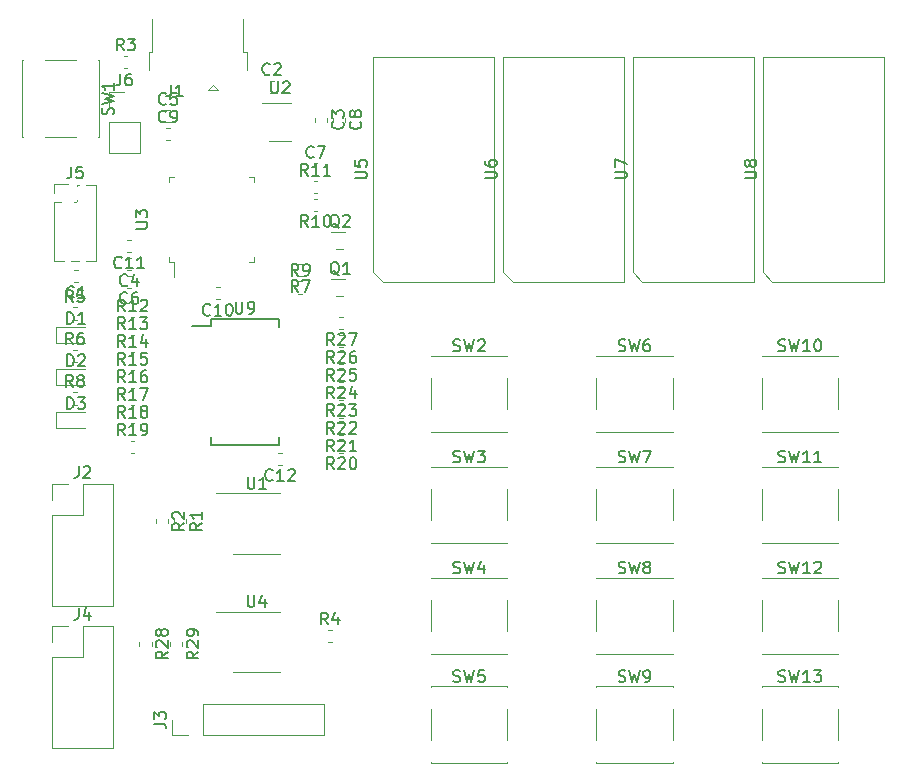
<source format=gbr>
%TF.GenerationSoftware,KiCad,Pcbnew,5.1.6~rc1+dfsg1-1+b1*%
%TF.CreationDate,2020-05-13T20:21:58-07:00*%
%TF.ProjectId,target_board,74617267-6574-45f6-926f-6172642e6b69,rev?*%
%TF.SameCoordinates,Original*%
%TF.FileFunction,Legend,Top*%
%TF.FilePolarity,Positive*%
%FSLAX46Y46*%
G04 Gerber Fmt 4.6, Leading zero omitted, Abs format (unit mm)*
G04 Created by KiCad (PCBNEW 5.1.6~rc1+dfsg1-1+b1) date 2020-05-13 20:21:58*
%MOMM*%
%LPD*%
G01*
G04 APERTURE LIST*
%ADD10C,0.120000*%
%ADD11C,0.150000*%
G04 APERTURE END LIST*
D10*
%TO.C,R29*%
X43710000Y-90024721D02*
X43710000Y-90350279D01*
X42690000Y-90024721D02*
X42690000Y-90350279D01*
%TO.C,R28*%
X41110000Y-90024721D02*
X41110000Y-90350279D01*
X40090000Y-90024721D02*
X40090000Y-90350279D01*
%TO.C,SW6*%
X85230000Y-65770000D02*
X85230000Y-65800000D01*
X85230000Y-72230000D02*
X85230000Y-72200000D01*
X78770000Y-72230000D02*
X78770000Y-72200000D01*
X78770000Y-65800000D02*
X78770000Y-65770000D01*
X85230000Y-67700000D02*
X85230000Y-70300000D01*
X78770000Y-65770000D02*
X85230000Y-65770000D01*
X78770000Y-67700000D02*
X78770000Y-70300000D01*
X78770000Y-72230000D02*
X85230000Y-72230000D01*
%TO.C,SW5*%
X64770000Y-100230000D02*
X71230000Y-100230000D01*
X64770000Y-95700000D02*
X64770000Y-98300000D01*
X64770000Y-93770000D02*
X71230000Y-93770000D01*
X71230000Y-95700000D02*
X71230000Y-98300000D01*
X64770000Y-93800000D02*
X64770000Y-93770000D01*
X64770000Y-100230000D02*
X64770000Y-100200000D01*
X71230000Y-100230000D02*
X71230000Y-100200000D01*
X71230000Y-93770000D02*
X71230000Y-93800000D01*
%TO.C,U3*%
X49772500Y-51090000D02*
X49772500Y-50640000D01*
X49772500Y-50640000D02*
X49322500Y-50640000D01*
X49772500Y-57410000D02*
X49772500Y-57860000D01*
X49772500Y-57860000D02*
X49322500Y-57860000D01*
X42552500Y-51090000D02*
X42552500Y-50640000D01*
X42552500Y-50640000D02*
X43002500Y-50640000D01*
X42552500Y-57410000D02*
X42552500Y-57860000D01*
X42552500Y-57860000D02*
X43002500Y-57860000D01*
X43002500Y-57860000D02*
X43002500Y-59150000D01*
%TO.C,C1*%
X34875279Y-58490000D02*
X34549721Y-58490000D01*
X34875279Y-59510000D02*
X34549721Y-59510000D01*
%TO.C,C2*%
X51124721Y-43510000D02*
X51450279Y-43510000D01*
X51124721Y-42490000D02*
X51450279Y-42490000D01*
%TO.C,C3*%
X54990000Y-45624721D02*
X54990000Y-45950279D01*
X56010000Y-45624721D02*
X56010000Y-45950279D01*
%TO.C,C4*%
X39375279Y-57490000D02*
X39049721Y-57490000D01*
X39375279Y-58510000D02*
X39049721Y-58510000D01*
%TO.C,C5*%
X42337221Y-44990000D02*
X42662779Y-44990000D01*
X42337221Y-46010000D02*
X42662779Y-46010000D01*
%TO.C,C6*%
X39375279Y-58990000D02*
X39049721Y-58990000D01*
X39375279Y-60010000D02*
X39049721Y-60010000D01*
%TO.C,C7*%
X54837221Y-49490000D02*
X55162779Y-49490000D01*
X54837221Y-50510000D02*
X55162779Y-50510000D01*
%TO.C,C8*%
X57510000Y-45624721D02*
X57510000Y-45950279D01*
X56490000Y-45624721D02*
X56490000Y-45950279D01*
%TO.C,C9*%
X42337221Y-46490000D02*
X42662779Y-46490000D01*
X42337221Y-47510000D02*
X42662779Y-47510000D01*
%TO.C,C10*%
X46875279Y-59990000D02*
X46549721Y-59990000D01*
X46875279Y-61010000D02*
X46549721Y-61010000D01*
%TO.C,C11*%
X39375279Y-57010000D02*
X39049721Y-57010000D01*
X39375279Y-55990000D02*
X39049721Y-55990000D01*
%TO.C,C12*%
X52162779Y-75010000D02*
X51837221Y-75010000D01*
X52162779Y-73990000D02*
X51837221Y-73990000D01*
%TO.C,D1*%
X35487500Y-63315000D02*
X33002500Y-63315000D01*
X33002500Y-63315000D02*
X33002500Y-64685000D01*
X33002500Y-64685000D02*
X35487500Y-64685000D01*
%TO.C,D2*%
X33002500Y-68285000D02*
X35487500Y-68285000D01*
X33002500Y-66915000D02*
X33002500Y-68285000D01*
X35487500Y-66915000D02*
X33002500Y-66915000D01*
%TO.C,D3*%
X35487500Y-70515000D02*
X33002500Y-70515000D01*
X33002500Y-70515000D02*
X33002500Y-71885000D01*
X33002500Y-71885000D02*
X35487500Y-71885000D01*
%TO.C,J1*%
X49175000Y-40065000D02*
X49175000Y-41615000D01*
X49175000Y-40065000D02*
X48875000Y-40065000D01*
X48875000Y-37265000D02*
X48875000Y-40065000D01*
X40875000Y-40065000D02*
X40875000Y-41615000D01*
X41175000Y-40065000D02*
X40875000Y-40065000D01*
X41175000Y-37265000D02*
X41175000Y-40065000D01*
X45925000Y-43315000D02*
X46325000Y-42865000D01*
X46725000Y-43315000D02*
X45925000Y-43315000D01*
X46325000Y-42865000D02*
X46725000Y-43315000D01*
%TO.C,J3*%
X55690000Y-97930000D02*
X55690000Y-95270000D01*
X45470000Y-97930000D02*
X55690000Y-97930000D01*
X45470000Y-95270000D02*
X55690000Y-95270000D01*
X45470000Y-97930000D02*
X45470000Y-95270000D01*
X44200000Y-97930000D02*
X42870000Y-97930000D01*
X42870000Y-97930000D02*
X42870000Y-96600000D01*
%TO.C,J5*%
X32870000Y-57775000D02*
X33692470Y-57775000D01*
X35577530Y-57775000D02*
X36400000Y-57775000D01*
X34307530Y-57775000D02*
X34962470Y-57775000D01*
X32870000Y-52760000D02*
X32870000Y-57775000D01*
X36400000Y-51305000D02*
X36400000Y-57775000D01*
X32870000Y-52760000D02*
X33436529Y-52760000D01*
X34563471Y-52760000D02*
X34706529Y-52760000D01*
X34760000Y-52706529D02*
X34760000Y-52563471D01*
X34760000Y-51436529D02*
X34760000Y-51305000D01*
X34760000Y-51305000D02*
X34962470Y-51305000D01*
X35577530Y-51305000D02*
X36400000Y-51305000D01*
X32870000Y-52000000D02*
X32870000Y-51240000D01*
X32870000Y-51240000D02*
X34000000Y-51240000D01*
%TO.C,J6*%
X37470000Y-48630000D02*
X40130000Y-48630000D01*
X37470000Y-46030000D02*
X37470000Y-48630000D01*
X40130000Y-46030000D02*
X40130000Y-48630000D01*
X37470000Y-46030000D02*
X40130000Y-46030000D01*
X37470000Y-44760000D02*
X37470000Y-43430000D01*
X37470000Y-43430000D02*
X38800000Y-43430000D01*
%TO.C,Q1*%
X57500000Y-59300000D02*
X56300000Y-59300000D01*
X56300000Y-59300000D02*
X56300000Y-59300000D01*
X57300000Y-60700000D02*
X56700000Y-60700000D01*
%TO.C,Q2*%
X57300000Y-56700000D02*
X56700000Y-56700000D01*
X56300000Y-55300000D02*
X56300000Y-55300000D01*
X57500000Y-55300000D02*
X56300000Y-55300000D01*
%TO.C,R1*%
X44010000Y-79624721D02*
X44010000Y-79950279D01*
X42990000Y-79624721D02*
X42990000Y-79950279D01*
%TO.C,R2*%
X41490000Y-79624721D02*
X41490000Y-79950279D01*
X42510000Y-79624721D02*
X42510000Y-79950279D01*
%TO.C,R3*%
X38749721Y-41410000D02*
X39075279Y-41410000D01*
X38749721Y-40390000D02*
X39075279Y-40390000D01*
%TO.C,R4*%
X56049721Y-88990000D02*
X56375279Y-88990000D01*
X56049721Y-90010000D02*
X56375279Y-90010000D01*
%TO.C,R5*%
X34437221Y-62710000D02*
X34762779Y-62710000D01*
X34437221Y-61690000D02*
X34762779Y-61690000D01*
%TO.C,R6*%
X34437221Y-66310000D02*
X34762779Y-66310000D01*
X34437221Y-65290000D02*
X34762779Y-65290000D01*
%TO.C,R7*%
X53875279Y-57990000D02*
X53549721Y-57990000D01*
X53875279Y-59010000D02*
X53549721Y-59010000D01*
%TO.C,R8*%
X34449721Y-68890000D02*
X34775279Y-68890000D01*
X34449721Y-69910000D02*
X34775279Y-69910000D01*
%TO.C,R9*%
X53549721Y-60510000D02*
X53875279Y-60510000D01*
X53549721Y-59490000D02*
X53875279Y-59490000D01*
%TO.C,R10*%
X55162779Y-53510000D02*
X54837221Y-53510000D01*
X55162779Y-52490000D02*
X54837221Y-52490000D01*
%TO.C,R11*%
X54837221Y-50990000D02*
X55162779Y-50990000D01*
X54837221Y-52010000D02*
X55162779Y-52010000D01*
%TO.C,R12*%
X39337221Y-62490000D02*
X39662779Y-62490000D01*
X39337221Y-63510000D02*
X39662779Y-63510000D01*
%TO.C,R13*%
X39337221Y-65010000D02*
X39662779Y-65010000D01*
X39337221Y-63990000D02*
X39662779Y-63990000D01*
%TO.C,R14*%
X39337221Y-65490000D02*
X39662779Y-65490000D01*
X39337221Y-66510000D02*
X39662779Y-66510000D01*
%TO.C,R15*%
X39337221Y-68010000D02*
X39662779Y-68010000D01*
X39337221Y-66990000D02*
X39662779Y-66990000D01*
%TO.C,R16*%
X39337221Y-68490000D02*
X39662779Y-68490000D01*
X39337221Y-69510000D02*
X39662779Y-69510000D01*
%TO.C,R17*%
X39337221Y-69990000D02*
X39662779Y-69990000D01*
X39337221Y-71010000D02*
X39662779Y-71010000D01*
%TO.C,R18*%
X39337221Y-72510000D02*
X39662779Y-72510000D01*
X39337221Y-71490000D02*
X39662779Y-71490000D01*
%TO.C,R19*%
X39337221Y-72990000D02*
X39662779Y-72990000D01*
X39337221Y-74010000D02*
X39662779Y-74010000D01*
%TO.C,R20*%
X57350279Y-72990000D02*
X57024721Y-72990000D01*
X57350279Y-74010000D02*
X57024721Y-74010000D01*
%TO.C,R21*%
X57350279Y-72510000D02*
X57024721Y-72510000D01*
X57350279Y-71490000D02*
X57024721Y-71490000D01*
%TO.C,R22*%
X57350279Y-69990000D02*
X57024721Y-69990000D01*
X57350279Y-71010000D02*
X57024721Y-71010000D01*
%TO.C,R23*%
X57350279Y-69510000D02*
X57024721Y-69510000D01*
X57350279Y-68490000D02*
X57024721Y-68490000D01*
%TO.C,R24*%
X57350279Y-66990000D02*
X57024721Y-66990000D01*
X57350279Y-68010000D02*
X57024721Y-68010000D01*
%TO.C,R25*%
X57350279Y-66510000D02*
X57024721Y-66510000D01*
X57350279Y-65490000D02*
X57024721Y-65490000D01*
%TO.C,R26*%
X57350279Y-63990000D02*
X57024721Y-63990000D01*
X57350279Y-65010000D02*
X57024721Y-65010000D01*
%TO.C,R27*%
X57350279Y-63510000D02*
X57024721Y-63510000D01*
X57350279Y-62490000D02*
X57024721Y-62490000D01*
%TO.C,SW1*%
X36630000Y-47230000D02*
X36600000Y-47230000D01*
X30170000Y-47230000D02*
X30200000Y-47230000D01*
X30170000Y-40770000D02*
X30200000Y-40770000D01*
X36600000Y-40770000D02*
X36630000Y-40770000D01*
X34700000Y-47230000D02*
X32100000Y-47230000D01*
X36630000Y-40770000D02*
X36630000Y-47230000D01*
X34700000Y-40770000D02*
X32100000Y-40770000D01*
X30170000Y-40770000D02*
X30170000Y-47230000D01*
%TO.C,SW2*%
X71230000Y-65770000D02*
X71230000Y-65800000D01*
X71230000Y-72230000D02*
X71230000Y-72200000D01*
X64770000Y-72230000D02*
X64770000Y-72200000D01*
X64770000Y-65800000D02*
X64770000Y-65770000D01*
X71230000Y-67700000D02*
X71230000Y-70300000D01*
X64770000Y-65770000D02*
X71230000Y-65770000D01*
X64770000Y-67700000D02*
X64770000Y-70300000D01*
X64770000Y-72230000D02*
X71230000Y-72230000D01*
%TO.C,SW3*%
X64770000Y-81630000D02*
X71230000Y-81630000D01*
X64770000Y-77100000D02*
X64770000Y-79700000D01*
X64770000Y-75170000D02*
X71230000Y-75170000D01*
X71230000Y-77100000D02*
X71230000Y-79700000D01*
X64770000Y-75200000D02*
X64770000Y-75170000D01*
X64770000Y-81630000D02*
X64770000Y-81600000D01*
X71230000Y-81630000D02*
X71230000Y-81600000D01*
X71230000Y-75170000D02*
X71230000Y-75200000D01*
%TO.C,SW4*%
X71230000Y-84570000D02*
X71230000Y-84600000D01*
X71230000Y-91030000D02*
X71230000Y-91000000D01*
X64770000Y-91030000D02*
X64770000Y-91000000D01*
X64770000Y-84600000D02*
X64770000Y-84570000D01*
X71230000Y-86500000D02*
X71230000Y-89100000D01*
X64770000Y-84570000D02*
X71230000Y-84570000D01*
X64770000Y-86500000D02*
X64770000Y-89100000D01*
X64770000Y-91030000D02*
X71230000Y-91030000D01*
%TO.C,SW7*%
X78770000Y-81630000D02*
X85230000Y-81630000D01*
X78770000Y-77100000D02*
X78770000Y-79700000D01*
X78770000Y-75170000D02*
X85230000Y-75170000D01*
X85230000Y-77100000D02*
X85230000Y-79700000D01*
X78770000Y-75200000D02*
X78770000Y-75170000D01*
X78770000Y-81630000D02*
X78770000Y-81600000D01*
X85230000Y-81630000D02*
X85230000Y-81600000D01*
X85230000Y-75170000D02*
X85230000Y-75200000D01*
%TO.C,SW8*%
X85230000Y-84570000D02*
X85230000Y-84600000D01*
X85230000Y-91030000D02*
X85230000Y-91000000D01*
X78770000Y-91030000D02*
X78770000Y-91000000D01*
X78770000Y-84600000D02*
X78770000Y-84570000D01*
X85230000Y-86500000D02*
X85230000Y-89100000D01*
X78770000Y-84570000D02*
X85230000Y-84570000D01*
X78770000Y-86500000D02*
X78770000Y-89100000D01*
X78770000Y-91030000D02*
X85230000Y-91030000D01*
%TO.C,SW9*%
X78770000Y-100230000D02*
X85230000Y-100230000D01*
X78770000Y-95700000D02*
X78770000Y-98300000D01*
X78770000Y-93770000D02*
X85230000Y-93770000D01*
X85230000Y-95700000D02*
X85230000Y-98300000D01*
X78770000Y-93800000D02*
X78770000Y-93770000D01*
X78770000Y-100230000D02*
X78770000Y-100200000D01*
X85230000Y-100230000D02*
X85230000Y-100200000D01*
X85230000Y-93770000D02*
X85230000Y-93800000D01*
%TO.C,SW10*%
X99230000Y-65770000D02*
X99230000Y-65800000D01*
X99230000Y-72230000D02*
X99230000Y-72200000D01*
X92770000Y-72230000D02*
X92770000Y-72200000D01*
X92770000Y-65800000D02*
X92770000Y-65770000D01*
X99230000Y-67700000D02*
X99230000Y-70300000D01*
X92770000Y-65770000D02*
X99230000Y-65770000D01*
X92770000Y-67700000D02*
X92770000Y-70300000D01*
X92770000Y-72230000D02*
X99230000Y-72230000D01*
%TO.C,SW11*%
X92770000Y-81630000D02*
X99230000Y-81630000D01*
X92770000Y-77100000D02*
X92770000Y-79700000D01*
X92770000Y-75170000D02*
X99230000Y-75170000D01*
X99230000Y-77100000D02*
X99230000Y-79700000D01*
X92770000Y-75200000D02*
X92770000Y-75170000D01*
X92770000Y-81630000D02*
X92770000Y-81600000D01*
X99230000Y-81630000D02*
X99230000Y-81600000D01*
X99230000Y-75170000D02*
X99230000Y-75200000D01*
%TO.C,SW12*%
X99230000Y-84570000D02*
X99230000Y-84600000D01*
X99230000Y-91030000D02*
X99230000Y-91000000D01*
X92770000Y-91030000D02*
X92770000Y-91000000D01*
X92770000Y-84600000D02*
X92770000Y-84570000D01*
X99230000Y-86500000D02*
X99230000Y-89100000D01*
X92770000Y-84570000D02*
X99230000Y-84570000D01*
X92770000Y-86500000D02*
X92770000Y-89100000D01*
X92770000Y-91030000D02*
X99230000Y-91030000D01*
%TO.C,SW13*%
X92770000Y-100230000D02*
X99230000Y-100230000D01*
X92770000Y-95700000D02*
X92770000Y-98300000D01*
X92770000Y-93770000D02*
X99230000Y-93770000D01*
X99230000Y-95700000D02*
X99230000Y-98300000D01*
X92770000Y-93800000D02*
X92770000Y-93770000D01*
X92770000Y-100230000D02*
X92770000Y-100200000D01*
X99230000Y-100230000D02*
X99230000Y-100200000D01*
X99230000Y-93770000D02*
X99230000Y-93800000D01*
%TO.C,U1*%
X50000000Y-82560000D02*
X51950000Y-82560000D01*
X50000000Y-82560000D02*
X48050000Y-82560000D01*
X50000000Y-77440000D02*
X51950000Y-77440000D01*
X50000000Y-77440000D02*
X46550000Y-77440000D01*
%TO.C,U2*%
X51100000Y-47610000D02*
X52900000Y-47610000D01*
X52900000Y-44390000D02*
X50450000Y-44390000D01*
%TO.C,U4*%
X50000000Y-87440000D02*
X46550000Y-87440000D01*
X50000000Y-87440000D02*
X51950000Y-87440000D01*
X50000000Y-92560000D02*
X48050000Y-92560000D01*
X50000000Y-92560000D02*
X51950000Y-92560000D01*
%TO.C,U5*%
X70125000Y-59500000D02*
X60675000Y-59500000D01*
X70125000Y-40500000D02*
X70125000Y-59500000D01*
X59875000Y-40500000D02*
X70125000Y-40500000D01*
X59875000Y-58700000D02*
X59875000Y-40500000D01*
X60675000Y-59500000D02*
X59875000Y-58700000D01*
%TO.C,U6*%
X81125000Y-59500000D02*
X71675000Y-59500000D01*
X81125000Y-40500000D02*
X81125000Y-59500000D01*
X70875000Y-40500000D02*
X81125000Y-40500000D01*
X70875000Y-58700000D02*
X70875000Y-40500000D01*
X71675000Y-59500000D02*
X70875000Y-58700000D01*
%TO.C,U7*%
X82675000Y-59500000D02*
X81875000Y-58700000D01*
X81875000Y-58700000D02*
X81875000Y-40500000D01*
X81875000Y-40500000D02*
X92125000Y-40500000D01*
X92125000Y-40500000D02*
X92125000Y-59500000D01*
X92125000Y-59500000D02*
X82675000Y-59500000D01*
%TO.C,U8*%
X93675000Y-59500000D02*
X92875000Y-58700000D01*
X92875000Y-58700000D02*
X92875000Y-40500000D01*
X92875000Y-40500000D02*
X103125000Y-40500000D01*
X103125000Y-40500000D02*
X103125000Y-59500000D01*
X103125000Y-59500000D02*
X93675000Y-59500000D01*
D11*
%TO.C,U9*%
X46125000Y-62675000D02*
X46125000Y-63250000D01*
X51875000Y-62675000D02*
X51875000Y-63325000D01*
X51875000Y-73325000D02*
X51875000Y-72675000D01*
X46125000Y-73325000D02*
X46125000Y-72675000D01*
X46125000Y-62675000D02*
X51875000Y-62675000D01*
X46125000Y-73325000D02*
X51875000Y-73325000D01*
X46125000Y-63250000D02*
X44525000Y-63250000D01*
D10*
%TO.C,J2*%
X32670000Y-76670000D02*
X34000000Y-76670000D01*
X32670000Y-78000000D02*
X32670000Y-76670000D01*
X35270000Y-76670000D02*
X37870000Y-76670000D01*
X35270000Y-79270000D02*
X35270000Y-76670000D01*
X32670000Y-79270000D02*
X35270000Y-79270000D01*
X37870000Y-76670000D02*
X37870000Y-86950000D01*
X32670000Y-79270000D02*
X32670000Y-86950000D01*
X32670000Y-86950000D02*
X37870000Y-86950000D01*
%TO.C,J4*%
X32670000Y-98950000D02*
X37870000Y-98950000D01*
X32670000Y-91270000D02*
X32670000Y-98950000D01*
X37870000Y-88670000D02*
X37870000Y-98950000D01*
X32670000Y-91270000D02*
X35270000Y-91270000D01*
X35270000Y-91270000D02*
X35270000Y-88670000D01*
X35270000Y-88670000D02*
X37870000Y-88670000D01*
X32670000Y-90000000D02*
X32670000Y-88670000D01*
X32670000Y-88670000D02*
X34000000Y-88670000D01*
%TO.C,R29*%
D11*
X45082380Y-90830357D02*
X44606190Y-91163690D01*
X45082380Y-91401785D02*
X44082380Y-91401785D01*
X44082380Y-91020833D01*
X44130000Y-90925595D01*
X44177619Y-90877976D01*
X44272857Y-90830357D01*
X44415714Y-90830357D01*
X44510952Y-90877976D01*
X44558571Y-90925595D01*
X44606190Y-91020833D01*
X44606190Y-91401785D01*
X44177619Y-90449404D02*
X44130000Y-90401785D01*
X44082380Y-90306547D01*
X44082380Y-90068452D01*
X44130000Y-89973214D01*
X44177619Y-89925595D01*
X44272857Y-89877976D01*
X44368095Y-89877976D01*
X44510952Y-89925595D01*
X45082380Y-90497023D01*
X45082380Y-89877976D01*
X45082380Y-89401785D02*
X45082380Y-89211309D01*
X45034761Y-89116071D01*
X44987142Y-89068452D01*
X44844285Y-88973214D01*
X44653809Y-88925595D01*
X44272857Y-88925595D01*
X44177619Y-88973214D01*
X44130000Y-89020833D01*
X44082380Y-89116071D01*
X44082380Y-89306547D01*
X44130000Y-89401785D01*
X44177619Y-89449404D01*
X44272857Y-89497023D01*
X44510952Y-89497023D01*
X44606190Y-89449404D01*
X44653809Y-89401785D01*
X44701428Y-89306547D01*
X44701428Y-89116071D01*
X44653809Y-89020833D01*
X44606190Y-88973214D01*
X44510952Y-88925595D01*
%TO.C,R28*%
X42482380Y-90830357D02*
X42006190Y-91163690D01*
X42482380Y-91401785D02*
X41482380Y-91401785D01*
X41482380Y-91020833D01*
X41530000Y-90925595D01*
X41577619Y-90877976D01*
X41672857Y-90830357D01*
X41815714Y-90830357D01*
X41910952Y-90877976D01*
X41958571Y-90925595D01*
X42006190Y-91020833D01*
X42006190Y-91401785D01*
X41577619Y-90449404D02*
X41530000Y-90401785D01*
X41482380Y-90306547D01*
X41482380Y-90068452D01*
X41530000Y-89973214D01*
X41577619Y-89925595D01*
X41672857Y-89877976D01*
X41768095Y-89877976D01*
X41910952Y-89925595D01*
X42482380Y-90497023D01*
X42482380Y-89877976D01*
X41910952Y-89306547D02*
X41863333Y-89401785D01*
X41815714Y-89449404D01*
X41720476Y-89497023D01*
X41672857Y-89497023D01*
X41577619Y-89449404D01*
X41530000Y-89401785D01*
X41482380Y-89306547D01*
X41482380Y-89116071D01*
X41530000Y-89020833D01*
X41577619Y-88973214D01*
X41672857Y-88925595D01*
X41720476Y-88925595D01*
X41815714Y-88973214D01*
X41863333Y-89020833D01*
X41910952Y-89116071D01*
X41910952Y-89306547D01*
X41958571Y-89401785D01*
X42006190Y-89449404D01*
X42101428Y-89497023D01*
X42291904Y-89497023D01*
X42387142Y-89449404D01*
X42434761Y-89401785D01*
X42482380Y-89306547D01*
X42482380Y-89116071D01*
X42434761Y-89020833D01*
X42387142Y-88973214D01*
X42291904Y-88925595D01*
X42101428Y-88925595D01*
X42006190Y-88973214D01*
X41958571Y-89020833D01*
X41910952Y-89116071D01*
%TO.C,SW6*%
X80666666Y-65354761D02*
X80809523Y-65402380D01*
X81047619Y-65402380D01*
X81142857Y-65354761D01*
X81190476Y-65307142D01*
X81238095Y-65211904D01*
X81238095Y-65116666D01*
X81190476Y-65021428D01*
X81142857Y-64973809D01*
X81047619Y-64926190D01*
X80857142Y-64878571D01*
X80761904Y-64830952D01*
X80714285Y-64783333D01*
X80666666Y-64688095D01*
X80666666Y-64592857D01*
X80714285Y-64497619D01*
X80761904Y-64450000D01*
X80857142Y-64402380D01*
X81095238Y-64402380D01*
X81238095Y-64450000D01*
X81571428Y-64402380D02*
X81809523Y-65402380D01*
X82000000Y-64688095D01*
X82190476Y-65402380D01*
X82428571Y-64402380D01*
X83238095Y-64402380D02*
X83047619Y-64402380D01*
X82952380Y-64450000D01*
X82904761Y-64497619D01*
X82809523Y-64640476D01*
X82761904Y-64830952D01*
X82761904Y-65211904D01*
X82809523Y-65307142D01*
X82857142Y-65354761D01*
X82952380Y-65402380D01*
X83142857Y-65402380D01*
X83238095Y-65354761D01*
X83285714Y-65307142D01*
X83333333Y-65211904D01*
X83333333Y-64973809D01*
X83285714Y-64878571D01*
X83238095Y-64830952D01*
X83142857Y-64783333D01*
X82952380Y-64783333D01*
X82857142Y-64830952D01*
X82809523Y-64878571D01*
X82761904Y-64973809D01*
%TO.C,SW5*%
X66666666Y-93354761D02*
X66809523Y-93402380D01*
X67047619Y-93402380D01*
X67142857Y-93354761D01*
X67190476Y-93307142D01*
X67238095Y-93211904D01*
X67238095Y-93116666D01*
X67190476Y-93021428D01*
X67142857Y-92973809D01*
X67047619Y-92926190D01*
X66857142Y-92878571D01*
X66761904Y-92830952D01*
X66714285Y-92783333D01*
X66666666Y-92688095D01*
X66666666Y-92592857D01*
X66714285Y-92497619D01*
X66761904Y-92450000D01*
X66857142Y-92402380D01*
X67095238Y-92402380D01*
X67238095Y-92450000D01*
X67571428Y-92402380D02*
X67809523Y-93402380D01*
X68000000Y-92688095D01*
X68190476Y-93402380D01*
X68428571Y-92402380D01*
X69285714Y-92402380D02*
X68809523Y-92402380D01*
X68761904Y-92878571D01*
X68809523Y-92830952D01*
X68904761Y-92783333D01*
X69142857Y-92783333D01*
X69238095Y-92830952D01*
X69285714Y-92878571D01*
X69333333Y-92973809D01*
X69333333Y-93211904D01*
X69285714Y-93307142D01*
X69238095Y-93354761D01*
X69142857Y-93402380D01*
X68904761Y-93402380D01*
X68809523Y-93354761D01*
X68761904Y-93307142D01*
%TO.C,U3*%
X39764880Y-55011904D02*
X40574404Y-55011904D01*
X40669642Y-54964285D01*
X40717261Y-54916666D01*
X40764880Y-54821428D01*
X40764880Y-54630952D01*
X40717261Y-54535714D01*
X40669642Y-54488095D01*
X40574404Y-54440476D01*
X39764880Y-54440476D01*
X39764880Y-54059523D02*
X39764880Y-53440476D01*
X40145833Y-53773809D01*
X40145833Y-53630952D01*
X40193452Y-53535714D01*
X40241071Y-53488095D01*
X40336309Y-53440476D01*
X40574404Y-53440476D01*
X40669642Y-53488095D01*
X40717261Y-53535714D01*
X40764880Y-53630952D01*
X40764880Y-53916666D01*
X40717261Y-54011904D01*
X40669642Y-54059523D01*
%TO.C,C1*%
X34545833Y-60787142D02*
X34498214Y-60834761D01*
X34355357Y-60882380D01*
X34260119Y-60882380D01*
X34117261Y-60834761D01*
X34022023Y-60739523D01*
X33974404Y-60644285D01*
X33926785Y-60453809D01*
X33926785Y-60310952D01*
X33974404Y-60120476D01*
X34022023Y-60025238D01*
X34117261Y-59930000D01*
X34260119Y-59882380D01*
X34355357Y-59882380D01*
X34498214Y-59930000D01*
X34545833Y-59977619D01*
X35498214Y-60882380D02*
X34926785Y-60882380D01*
X35212500Y-60882380D02*
X35212500Y-59882380D01*
X35117261Y-60025238D01*
X35022023Y-60120476D01*
X34926785Y-60168095D01*
%TO.C,C2*%
X51120833Y-41927142D02*
X51073214Y-41974761D01*
X50930357Y-42022380D01*
X50835119Y-42022380D01*
X50692261Y-41974761D01*
X50597023Y-41879523D01*
X50549404Y-41784285D01*
X50501785Y-41593809D01*
X50501785Y-41450952D01*
X50549404Y-41260476D01*
X50597023Y-41165238D01*
X50692261Y-41070000D01*
X50835119Y-41022380D01*
X50930357Y-41022380D01*
X51073214Y-41070000D01*
X51120833Y-41117619D01*
X51501785Y-41117619D02*
X51549404Y-41070000D01*
X51644642Y-41022380D01*
X51882738Y-41022380D01*
X51977976Y-41070000D01*
X52025595Y-41117619D01*
X52073214Y-41212857D01*
X52073214Y-41308095D01*
X52025595Y-41450952D01*
X51454166Y-42022380D01*
X52073214Y-42022380D01*
%TO.C,C3*%
X57287142Y-45954166D02*
X57334761Y-46001785D01*
X57382380Y-46144642D01*
X57382380Y-46239880D01*
X57334761Y-46382738D01*
X57239523Y-46477976D01*
X57144285Y-46525595D01*
X56953809Y-46573214D01*
X56810952Y-46573214D01*
X56620476Y-46525595D01*
X56525238Y-46477976D01*
X56430000Y-46382738D01*
X56382380Y-46239880D01*
X56382380Y-46144642D01*
X56430000Y-46001785D01*
X56477619Y-45954166D01*
X56382380Y-45620833D02*
X56382380Y-45001785D01*
X56763333Y-45335119D01*
X56763333Y-45192261D01*
X56810952Y-45097023D01*
X56858571Y-45049404D01*
X56953809Y-45001785D01*
X57191904Y-45001785D01*
X57287142Y-45049404D01*
X57334761Y-45097023D01*
X57382380Y-45192261D01*
X57382380Y-45477976D01*
X57334761Y-45573214D01*
X57287142Y-45620833D01*
%TO.C,C4*%
X39045833Y-59787142D02*
X38998214Y-59834761D01*
X38855357Y-59882380D01*
X38760119Y-59882380D01*
X38617261Y-59834761D01*
X38522023Y-59739523D01*
X38474404Y-59644285D01*
X38426785Y-59453809D01*
X38426785Y-59310952D01*
X38474404Y-59120476D01*
X38522023Y-59025238D01*
X38617261Y-58930000D01*
X38760119Y-58882380D01*
X38855357Y-58882380D01*
X38998214Y-58930000D01*
X39045833Y-58977619D01*
X39902976Y-59215714D02*
X39902976Y-59882380D01*
X39664880Y-58834761D02*
X39426785Y-59549047D01*
X40045833Y-59549047D01*
%TO.C,C5*%
X42333333Y-44427142D02*
X42285714Y-44474761D01*
X42142857Y-44522380D01*
X42047619Y-44522380D01*
X41904761Y-44474761D01*
X41809523Y-44379523D01*
X41761904Y-44284285D01*
X41714285Y-44093809D01*
X41714285Y-43950952D01*
X41761904Y-43760476D01*
X41809523Y-43665238D01*
X41904761Y-43570000D01*
X42047619Y-43522380D01*
X42142857Y-43522380D01*
X42285714Y-43570000D01*
X42333333Y-43617619D01*
X43238095Y-43522380D02*
X42761904Y-43522380D01*
X42714285Y-43998571D01*
X42761904Y-43950952D01*
X42857142Y-43903333D01*
X43095238Y-43903333D01*
X43190476Y-43950952D01*
X43238095Y-43998571D01*
X43285714Y-44093809D01*
X43285714Y-44331904D01*
X43238095Y-44427142D01*
X43190476Y-44474761D01*
X43095238Y-44522380D01*
X42857142Y-44522380D01*
X42761904Y-44474761D01*
X42714285Y-44427142D01*
%TO.C,C6*%
X39045833Y-61287142D02*
X38998214Y-61334761D01*
X38855357Y-61382380D01*
X38760119Y-61382380D01*
X38617261Y-61334761D01*
X38522023Y-61239523D01*
X38474404Y-61144285D01*
X38426785Y-60953809D01*
X38426785Y-60810952D01*
X38474404Y-60620476D01*
X38522023Y-60525238D01*
X38617261Y-60430000D01*
X38760119Y-60382380D01*
X38855357Y-60382380D01*
X38998214Y-60430000D01*
X39045833Y-60477619D01*
X39902976Y-60382380D02*
X39712500Y-60382380D01*
X39617261Y-60430000D01*
X39569642Y-60477619D01*
X39474404Y-60620476D01*
X39426785Y-60810952D01*
X39426785Y-61191904D01*
X39474404Y-61287142D01*
X39522023Y-61334761D01*
X39617261Y-61382380D01*
X39807738Y-61382380D01*
X39902976Y-61334761D01*
X39950595Y-61287142D01*
X39998214Y-61191904D01*
X39998214Y-60953809D01*
X39950595Y-60858571D01*
X39902976Y-60810952D01*
X39807738Y-60763333D01*
X39617261Y-60763333D01*
X39522023Y-60810952D01*
X39474404Y-60858571D01*
X39426785Y-60953809D01*
%TO.C,C7*%
X54833333Y-48927142D02*
X54785714Y-48974761D01*
X54642857Y-49022380D01*
X54547619Y-49022380D01*
X54404761Y-48974761D01*
X54309523Y-48879523D01*
X54261904Y-48784285D01*
X54214285Y-48593809D01*
X54214285Y-48450952D01*
X54261904Y-48260476D01*
X54309523Y-48165238D01*
X54404761Y-48070000D01*
X54547619Y-48022380D01*
X54642857Y-48022380D01*
X54785714Y-48070000D01*
X54833333Y-48117619D01*
X55166666Y-48022380D02*
X55833333Y-48022380D01*
X55404761Y-49022380D01*
%TO.C,C8*%
X58787142Y-45954166D02*
X58834761Y-46001785D01*
X58882380Y-46144642D01*
X58882380Y-46239880D01*
X58834761Y-46382738D01*
X58739523Y-46477976D01*
X58644285Y-46525595D01*
X58453809Y-46573214D01*
X58310952Y-46573214D01*
X58120476Y-46525595D01*
X58025238Y-46477976D01*
X57930000Y-46382738D01*
X57882380Y-46239880D01*
X57882380Y-46144642D01*
X57930000Y-46001785D01*
X57977619Y-45954166D01*
X58310952Y-45382738D02*
X58263333Y-45477976D01*
X58215714Y-45525595D01*
X58120476Y-45573214D01*
X58072857Y-45573214D01*
X57977619Y-45525595D01*
X57930000Y-45477976D01*
X57882380Y-45382738D01*
X57882380Y-45192261D01*
X57930000Y-45097023D01*
X57977619Y-45049404D01*
X58072857Y-45001785D01*
X58120476Y-45001785D01*
X58215714Y-45049404D01*
X58263333Y-45097023D01*
X58310952Y-45192261D01*
X58310952Y-45382738D01*
X58358571Y-45477976D01*
X58406190Y-45525595D01*
X58501428Y-45573214D01*
X58691904Y-45573214D01*
X58787142Y-45525595D01*
X58834761Y-45477976D01*
X58882380Y-45382738D01*
X58882380Y-45192261D01*
X58834761Y-45097023D01*
X58787142Y-45049404D01*
X58691904Y-45001785D01*
X58501428Y-45001785D01*
X58406190Y-45049404D01*
X58358571Y-45097023D01*
X58310952Y-45192261D01*
%TO.C,C9*%
X42333333Y-45927142D02*
X42285714Y-45974761D01*
X42142857Y-46022380D01*
X42047619Y-46022380D01*
X41904761Y-45974761D01*
X41809523Y-45879523D01*
X41761904Y-45784285D01*
X41714285Y-45593809D01*
X41714285Y-45450952D01*
X41761904Y-45260476D01*
X41809523Y-45165238D01*
X41904761Y-45070000D01*
X42047619Y-45022380D01*
X42142857Y-45022380D01*
X42285714Y-45070000D01*
X42333333Y-45117619D01*
X42809523Y-46022380D02*
X43000000Y-46022380D01*
X43095238Y-45974761D01*
X43142857Y-45927142D01*
X43238095Y-45784285D01*
X43285714Y-45593809D01*
X43285714Y-45212857D01*
X43238095Y-45117619D01*
X43190476Y-45070000D01*
X43095238Y-45022380D01*
X42904761Y-45022380D01*
X42809523Y-45070000D01*
X42761904Y-45117619D01*
X42714285Y-45212857D01*
X42714285Y-45450952D01*
X42761904Y-45546190D01*
X42809523Y-45593809D01*
X42904761Y-45641428D01*
X43095238Y-45641428D01*
X43190476Y-45593809D01*
X43238095Y-45546190D01*
X43285714Y-45450952D01*
%TO.C,C10*%
X46069642Y-62287142D02*
X46022023Y-62334761D01*
X45879166Y-62382380D01*
X45783928Y-62382380D01*
X45641071Y-62334761D01*
X45545833Y-62239523D01*
X45498214Y-62144285D01*
X45450595Y-61953809D01*
X45450595Y-61810952D01*
X45498214Y-61620476D01*
X45545833Y-61525238D01*
X45641071Y-61430000D01*
X45783928Y-61382380D01*
X45879166Y-61382380D01*
X46022023Y-61430000D01*
X46069642Y-61477619D01*
X47022023Y-62382380D02*
X46450595Y-62382380D01*
X46736309Y-62382380D02*
X46736309Y-61382380D01*
X46641071Y-61525238D01*
X46545833Y-61620476D01*
X46450595Y-61668095D01*
X47641071Y-61382380D02*
X47736309Y-61382380D01*
X47831547Y-61430000D01*
X47879166Y-61477619D01*
X47926785Y-61572857D01*
X47974404Y-61763333D01*
X47974404Y-62001428D01*
X47926785Y-62191904D01*
X47879166Y-62287142D01*
X47831547Y-62334761D01*
X47736309Y-62382380D01*
X47641071Y-62382380D01*
X47545833Y-62334761D01*
X47498214Y-62287142D01*
X47450595Y-62191904D01*
X47402976Y-62001428D01*
X47402976Y-61763333D01*
X47450595Y-61572857D01*
X47498214Y-61477619D01*
X47545833Y-61430000D01*
X47641071Y-61382380D01*
%TO.C,C11*%
X38569642Y-58287142D02*
X38522023Y-58334761D01*
X38379166Y-58382380D01*
X38283928Y-58382380D01*
X38141071Y-58334761D01*
X38045833Y-58239523D01*
X37998214Y-58144285D01*
X37950595Y-57953809D01*
X37950595Y-57810952D01*
X37998214Y-57620476D01*
X38045833Y-57525238D01*
X38141071Y-57430000D01*
X38283928Y-57382380D01*
X38379166Y-57382380D01*
X38522023Y-57430000D01*
X38569642Y-57477619D01*
X39522023Y-58382380D02*
X38950595Y-58382380D01*
X39236309Y-58382380D02*
X39236309Y-57382380D01*
X39141071Y-57525238D01*
X39045833Y-57620476D01*
X38950595Y-57668095D01*
X40474404Y-58382380D02*
X39902976Y-58382380D01*
X40188690Y-58382380D02*
X40188690Y-57382380D01*
X40093452Y-57525238D01*
X39998214Y-57620476D01*
X39902976Y-57668095D01*
%TO.C,C12*%
X51357142Y-76287142D02*
X51309523Y-76334761D01*
X51166666Y-76382380D01*
X51071428Y-76382380D01*
X50928571Y-76334761D01*
X50833333Y-76239523D01*
X50785714Y-76144285D01*
X50738095Y-75953809D01*
X50738095Y-75810952D01*
X50785714Y-75620476D01*
X50833333Y-75525238D01*
X50928571Y-75430000D01*
X51071428Y-75382380D01*
X51166666Y-75382380D01*
X51309523Y-75430000D01*
X51357142Y-75477619D01*
X52309523Y-76382380D02*
X51738095Y-76382380D01*
X52023809Y-76382380D02*
X52023809Y-75382380D01*
X51928571Y-75525238D01*
X51833333Y-75620476D01*
X51738095Y-75668095D01*
X52690476Y-75477619D02*
X52738095Y-75430000D01*
X52833333Y-75382380D01*
X53071428Y-75382380D01*
X53166666Y-75430000D01*
X53214285Y-75477619D01*
X53261904Y-75572857D01*
X53261904Y-75668095D01*
X53214285Y-75810952D01*
X52642857Y-76382380D01*
X53261904Y-76382380D01*
%TO.C,D1*%
X33949404Y-63072380D02*
X33949404Y-62072380D01*
X34187500Y-62072380D01*
X34330357Y-62120000D01*
X34425595Y-62215238D01*
X34473214Y-62310476D01*
X34520833Y-62500952D01*
X34520833Y-62643809D01*
X34473214Y-62834285D01*
X34425595Y-62929523D01*
X34330357Y-63024761D01*
X34187500Y-63072380D01*
X33949404Y-63072380D01*
X35473214Y-63072380D02*
X34901785Y-63072380D01*
X35187500Y-63072380D02*
X35187500Y-62072380D01*
X35092261Y-62215238D01*
X34997023Y-62310476D01*
X34901785Y-62358095D01*
%TO.C,D2*%
X33949404Y-66672380D02*
X33949404Y-65672380D01*
X34187500Y-65672380D01*
X34330357Y-65720000D01*
X34425595Y-65815238D01*
X34473214Y-65910476D01*
X34520833Y-66100952D01*
X34520833Y-66243809D01*
X34473214Y-66434285D01*
X34425595Y-66529523D01*
X34330357Y-66624761D01*
X34187500Y-66672380D01*
X33949404Y-66672380D01*
X34901785Y-65767619D02*
X34949404Y-65720000D01*
X35044642Y-65672380D01*
X35282738Y-65672380D01*
X35377976Y-65720000D01*
X35425595Y-65767619D01*
X35473214Y-65862857D01*
X35473214Y-65958095D01*
X35425595Y-66100952D01*
X34854166Y-66672380D01*
X35473214Y-66672380D01*
%TO.C,D3*%
X33949404Y-70272380D02*
X33949404Y-69272380D01*
X34187500Y-69272380D01*
X34330357Y-69320000D01*
X34425595Y-69415238D01*
X34473214Y-69510476D01*
X34520833Y-69700952D01*
X34520833Y-69843809D01*
X34473214Y-70034285D01*
X34425595Y-70129523D01*
X34330357Y-70224761D01*
X34187500Y-70272380D01*
X33949404Y-70272380D01*
X34854166Y-69272380D02*
X35473214Y-69272380D01*
X35139880Y-69653333D01*
X35282738Y-69653333D01*
X35377976Y-69700952D01*
X35425595Y-69748571D01*
X35473214Y-69843809D01*
X35473214Y-70081904D01*
X35425595Y-70177142D01*
X35377976Y-70224761D01*
X35282738Y-70272380D01*
X34997023Y-70272380D01*
X34901785Y-70224761D01*
X34854166Y-70177142D01*
%TO.C,J1*%
X42741666Y-42817380D02*
X42741666Y-43531666D01*
X42694047Y-43674523D01*
X42598809Y-43769761D01*
X42455952Y-43817380D01*
X42360714Y-43817380D01*
X43741666Y-43817380D02*
X43170238Y-43817380D01*
X43455952Y-43817380D02*
X43455952Y-42817380D01*
X43360714Y-42960238D01*
X43265476Y-43055476D01*
X43170238Y-43103095D01*
%TO.C,J3*%
X41322380Y-96933333D02*
X42036666Y-96933333D01*
X42179523Y-96980952D01*
X42274761Y-97076190D01*
X42322380Y-97219047D01*
X42322380Y-97314285D01*
X41322380Y-96552380D02*
X41322380Y-95933333D01*
X41703333Y-96266666D01*
X41703333Y-96123809D01*
X41750952Y-96028571D01*
X41798571Y-95980952D01*
X41893809Y-95933333D01*
X42131904Y-95933333D01*
X42227142Y-95980952D01*
X42274761Y-96028571D01*
X42322380Y-96123809D01*
X42322380Y-96409523D01*
X42274761Y-96504761D01*
X42227142Y-96552380D01*
%TO.C,J5*%
X34301666Y-49757380D02*
X34301666Y-50471666D01*
X34254047Y-50614523D01*
X34158809Y-50709761D01*
X34015952Y-50757380D01*
X33920714Y-50757380D01*
X35254047Y-49757380D02*
X34777857Y-49757380D01*
X34730238Y-50233571D01*
X34777857Y-50185952D01*
X34873095Y-50138333D01*
X35111190Y-50138333D01*
X35206428Y-50185952D01*
X35254047Y-50233571D01*
X35301666Y-50328809D01*
X35301666Y-50566904D01*
X35254047Y-50662142D01*
X35206428Y-50709761D01*
X35111190Y-50757380D01*
X34873095Y-50757380D01*
X34777857Y-50709761D01*
X34730238Y-50662142D01*
%TO.C,J6*%
X38466666Y-41882380D02*
X38466666Y-42596666D01*
X38419047Y-42739523D01*
X38323809Y-42834761D01*
X38180952Y-42882380D01*
X38085714Y-42882380D01*
X39371428Y-41882380D02*
X39180952Y-41882380D01*
X39085714Y-41930000D01*
X39038095Y-41977619D01*
X38942857Y-42120476D01*
X38895238Y-42310952D01*
X38895238Y-42691904D01*
X38942857Y-42787142D01*
X38990476Y-42834761D01*
X39085714Y-42882380D01*
X39276190Y-42882380D01*
X39371428Y-42834761D01*
X39419047Y-42787142D01*
X39466666Y-42691904D01*
X39466666Y-42453809D01*
X39419047Y-42358571D01*
X39371428Y-42310952D01*
X39276190Y-42263333D01*
X39085714Y-42263333D01*
X38990476Y-42310952D01*
X38942857Y-42358571D01*
X38895238Y-42453809D01*
%TO.C,Q1*%
X57004761Y-58947619D02*
X56909523Y-58900000D01*
X56814285Y-58804761D01*
X56671428Y-58661904D01*
X56576190Y-58614285D01*
X56480952Y-58614285D01*
X56528571Y-58852380D02*
X56433333Y-58804761D01*
X56338095Y-58709523D01*
X56290476Y-58519047D01*
X56290476Y-58185714D01*
X56338095Y-57995238D01*
X56433333Y-57900000D01*
X56528571Y-57852380D01*
X56719047Y-57852380D01*
X56814285Y-57900000D01*
X56909523Y-57995238D01*
X56957142Y-58185714D01*
X56957142Y-58519047D01*
X56909523Y-58709523D01*
X56814285Y-58804761D01*
X56719047Y-58852380D01*
X56528571Y-58852380D01*
X57909523Y-58852380D02*
X57338095Y-58852380D01*
X57623809Y-58852380D02*
X57623809Y-57852380D01*
X57528571Y-57995238D01*
X57433333Y-58090476D01*
X57338095Y-58138095D01*
%TO.C,Q2*%
X57004761Y-54947619D02*
X56909523Y-54900000D01*
X56814285Y-54804761D01*
X56671428Y-54661904D01*
X56576190Y-54614285D01*
X56480952Y-54614285D01*
X56528571Y-54852380D02*
X56433333Y-54804761D01*
X56338095Y-54709523D01*
X56290476Y-54519047D01*
X56290476Y-54185714D01*
X56338095Y-53995238D01*
X56433333Y-53900000D01*
X56528571Y-53852380D01*
X56719047Y-53852380D01*
X56814285Y-53900000D01*
X56909523Y-53995238D01*
X56957142Y-54185714D01*
X56957142Y-54519047D01*
X56909523Y-54709523D01*
X56814285Y-54804761D01*
X56719047Y-54852380D01*
X56528571Y-54852380D01*
X57338095Y-53947619D02*
X57385714Y-53900000D01*
X57480952Y-53852380D01*
X57719047Y-53852380D01*
X57814285Y-53900000D01*
X57861904Y-53947619D01*
X57909523Y-54042857D01*
X57909523Y-54138095D01*
X57861904Y-54280952D01*
X57290476Y-54852380D01*
X57909523Y-54852380D01*
%TO.C,R1*%
X45382380Y-79954166D02*
X44906190Y-80287500D01*
X45382380Y-80525595D02*
X44382380Y-80525595D01*
X44382380Y-80144642D01*
X44430000Y-80049404D01*
X44477619Y-80001785D01*
X44572857Y-79954166D01*
X44715714Y-79954166D01*
X44810952Y-80001785D01*
X44858571Y-80049404D01*
X44906190Y-80144642D01*
X44906190Y-80525595D01*
X45382380Y-79001785D02*
X45382380Y-79573214D01*
X45382380Y-79287500D02*
X44382380Y-79287500D01*
X44525238Y-79382738D01*
X44620476Y-79477976D01*
X44668095Y-79573214D01*
%TO.C,R2*%
X43882380Y-79954166D02*
X43406190Y-80287500D01*
X43882380Y-80525595D02*
X42882380Y-80525595D01*
X42882380Y-80144642D01*
X42930000Y-80049404D01*
X42977619Y-80001785D01*
X43072857Y-79954166D01*
X43215714Y-79954166D01*
X43310952Y-80001785D01*
X43358571Y-80049404D01*
X43406190Y-80144642D01*
X43406190Y-80525595D01*
X42977619Y-79573214D02*
X42930000Y-79525595D01*
X42882380Y-79430357D01*
X42882380Y-79192261D01*
X42930000Y-79097023D01*
X42977619Y-79049404D01*
X43072857Y-79001785D01*
X43168095Y-79001785D01*
X43310952Y-79049404D01*
X43882380Y-79620833D01*
X43882380Y-79001785D01*
%TO.C,R3*%
X38745833Y-39922380D02*
X38412500Y-39446190D01*
X38174404Y-39922380D02*
X38174404Y-38922380D01*
X38555357Y-38922380D01*
X38650595Y-38970000D01*
X38698214Y-39017619D01*
X38745833Y-39112857D01*
X38745833Y-39255714D01*
X38698214Y-39350952D01*
X38650595Y-39398571D01*
X38555357Y-39446190D01*
X38174404Y-39446190D01*
X39079166Y-38922380D02*
X39698214Y-38922380D01*
X39364880Y-39303333D01*
X39507738Y-39303333D01*
X39602976Y-39350952D01*
X39650595Y-39398571D01*
X39698214Y-39493809D01*
X39698214Y-39731904D01*
X39650595Y-39827142D01*
X39602976Y-39874761D01*
X39507738Y-39922380D01*
X39222023Y-39922380D01*
X39126785Y-39874761D01*
X39079166Y-39827142D01*
%TO.C,R4*%
X56045833Y-88522380D02*
X55712500Y-88046190D01*
X55474404Y-88522380D02*
X55474404Y-87522380D01*
X55855357Y-87522380D01*
X55950595Y-87570000D01*
X55998214Y-87617619D01*
X56045833Y-87712857D01*
X56045833Y-87855714D01*
X55998214Y-87950952D01*
X55950595Y-87998571D01*
X55855357Y-88046190D01*
X55474404Y-88046190D01*
X56902976Y-87855714D02*
X56902976Y-88522380D01*
X56664880Y-87474761D02*
X56426785Y-88189047D01*
X57045833Y-88189047D01*
%TO.C,R5*%
X34433333Y-61222380D02*
X34100000Y-60746190D01*
X33861904Y-61222380D02*
X33861904Y-60222380D01*
X34242857Y-60222380D01*
X34338095Y-60270000D01*
X34385714Y-60317619D01*
X34433333Y-60412857D01*
X34433333Y-60555714D01*
X34385714Y-60650952D01*
X34338095Y-60698571D01*
X34242857Y-60746190D01*
X33861904Y-60746190D01*
X35338095Y-60222380D02*
X34861904Y-60222380D01*
X34814285Y-60698571D01*
X34861904Y-60650952D01*
X34957142Y-60603333D01*
X35195238Y-60603333D01*
X35290476Y-60650952D01*
X35338095Y-60698571D01*
X35385714Y-60793809D01*
X35385714Y-61031904D01*
X35338095Y-61127142D01*
X35290476Y-61174761D01*
X35195238Y-61222380D01*
X34957142Y-61222380D01*
X34861904Y-61174761D01*
X34814285Y-61127142D01*
%TO.C,R6*%
X34433333Y-64822380D02*
X34100000Y-64346190D01*
X33861904Y-64822380D02*
X33861904Y-63822380D01*
X34242857Y-63822380D01*
X34338095Y-63870000D01*
X34385714Y-63917619D01*
X34433333Y-64012857D01*
X34433333Y-64155714D01*
X34385714Y-64250952D01*
X34338095Y-64298571D01*
X34242857Y-64346190D01*
X33861904Y-64346190D01*
X35290476Y-63822380D02*
X35100000Y-63822380D01*
X35004761Y-63870000D01*
X34957142Y-63917619D01*
X34861904Y-64060476D01*
X34814285Y-64250952D01*
X34814285Y-64631904D01*
X34861904Y-64727142D01*
X34909523Y-64774761D01*
X35004761Y-64822380D01*
X35195238Y-64822380D01*
X35290476Y-64774761D01*
X35338095Y-64727142D01*
X35385714Y-64631904D01*
X35385714Y-64393809D01*
X35338095Y-64298571D01*
X35290476Y-64250952D01*
X35195238Y-64203333D01*
X35004761Y-64203333D01*
X34909523Y-64250952D01*
X34861904Y-64298571D01*
X34814285Y-64393809D01*
%TO.C,R7*%
X53545833Y-60382380D02*
X53212500Y-59906190D01*
X52974404Y-60382380D02*
X52974404Y-59382380D01*
X53355357Y-59382380D01*
X53450595Y-59430000D01*
X53498214Y-59477619D01*
X53545833Y-59572857D01*
X53545833Y-59715714D01*
X53498214Y-59810952D01*
X53450595Y-59858571D01*
X53355357Y-59906190D01*
X52974404Y-59906190D01*
X53879166Y-59382380D02*
X54545833Y-59382380D01*
X54117261Y-60382380D01*
%TO.C,R8*%
X34445833Y-68422380D02*
X34112500Y-67946190D01*
X33874404Y-68422380D02*
X33874404Y-67422380D01*
X34255357Y-67422380D01*
X34350595Y-67470000D01*
X34398214Y-67517619D01*
X34445833Y-67612857D01*
X34445833Y-67755714D01*
X34398214Y-67850952D01*
X34350595Y-67898571D01*
X34255357Y-67946190D01*
X33874404Y-67946190D01*
X35017261Y-67850952D02*
X34922023Y-67803333D01*
X34874404Y-67755714D01*
X34826785Y-67660476D01*
X34826785Y-67612857D01*
X34874404Y-67517619D01*
X34922023Y-67470000D01*
X35017261Y-67422380D01*
X35207738Y-67422380D01*
X35302976Y-67470000D01*
X35350595Y-67517619D01*
X35398214Y-67612857D01*
X35398214Y-67660476D01*
X35350595Y-67755714D01*
X35302976Y-67803333D01*
X35207738Y-67850952D01*
X35017261Y-67850952D01*
X34922023Y-67898571D01*
X34874404Y-67946190D01*
X34826785Y-68041428D01*
X34826785Y-68231904D01*
X34874404Y-68327142D01*
X34922023Y-68374761D01*
X35017261Y-68422380D01*
X35207738Y-68422380D01*
X35302976Y-68374761D01*
X35350595Y-68327142D01*
X35398214Y-68231904D01*
X35398214Y-68041428D01*
X35350595Y-67946190D01*
X35302976Y-67898571D01*
X35207738Y-67850952D01*
%TO.C,R9*%
X53545833Y-59022380D02*
X53212500Y-58546190D01*
X52974404Y-59022380D02*
X52974404Y-58022380D01*
X53355357Y-58022380D01*
X53450595Y-58070000D01*
X53498214Y-58117619D01*
X53545833Y-58212857D01*
X53545833Y-58355714D01*
X53498214Y-58450952D01*
X53450595Y-58498571D01*
X53355357Y-58546190D01*
X52974404Y-58546190D01*
X54022023Y-59022380D02*
X54212500Y-59022380D01*
X54307738Y-58974761D01*
X54355357Y-58927142D01*
X54450595Y-58784285D01*
X54498214Y-58593809D01*
X54498214Y-58212857D01*
X54450595Y-58117619D01*
X54402976Y-58070000D01*
X54307738Y-58022380D01*
X54117261Y-58022380D01*
X54022023Y-58070000D01*
X53974404Y-58117619D01*
X53926785Y-58212857D01*
X53926785Y-58450952D01*
X53974404Y-58546190D01*
X54022023Y-58593809D01*
X54117261Y-58641428D01*
X54307738Y-58641428D01*
X54402976Y-58593809D01*
X54450595Y-58546190D01*
X54498214Y-58450952D01*
%TO.C,R10*%
X54357142Y-54882380D02*
X54023809Y-54406190D01*
X53785714Y-54882380D02*
X53785714Y-53882380D01*
X54166666Y-53882380D01*
X54261904Y-53930000D01*
X54309523Y-53977619D01*
X54357142Y-54072857D01*
X54357142Y-54215714D01*
X54309523Y-54310952D01*
X54261904Y-54358571D01*
X54166666Y-54406190D01*
X53785714Y-54406190D01*
X55309523Y-54882380D02*
X54738095Y-54882380D01*
X55023809Y-54882380D02*
X55023809Y-53882380D01*
X54928571Y-54025238D01*
X54833333Y-54120476D01*
X54738095Y-54168095D01*
X55928571Y-53882380D02*
X56023809Y-53882380D01*
X56119047Y-53930000D01*
X56166666Y-53977619D01*
X56214285Y-54072857D01*
X56261904Y-54263333D01*
X56261904Y-54501428D01*
X56214285Y-54691904D01*
X56166666Y-54787142D01*
X56119047Y-54834761D01*
X56023809Y-54882380D01*
X55928571Y-54882380D01*
X55833333Y-54834761D01*
X55785714Y-54787142D01*
X55738095Y-54691904D01*
X55690476Y-54501428D01*
X55690476Y-54263333D01*
X55738095Y-54072857D01*
X55785714Y-53977619D01*
X55833333Y-53930000D01*
X55928571Y-53882380D01*
%TO.C,R11*%
X54357142Y-50522380D02*
X54023809Y-50046190D01*
X53785714Y-50522380D02*
X53785714Y-49522380D01*
X54166666Y-49522380D01*
X54261904Y-49570000D01*
X54309523Y-49617619D01*
X54357142Y-49712857D01*
X54357142Y-49855714D01*
X54309523Y-49950952D01*
X54261904Y-49998571D01*
X54166666Y-50046190D01*
X53785714Y-50046190D01*
X55309523Y-50522380D02*
X54738095Y-50522380D01*
X55023809Y-50522380D02*
X55023809Y-49522380D01*
X54928571Y-49665238D01*
X54833333Y-49760476D01*
X54738095Y-49808095D01*
X56261904Y-50522380D02*
X55690476Y-50522380D01*
X55976190Y-50522380D02*
X55976190Y-49522380D01*
X55880952Y-49665238D01*
X55785714Y-49760476D01*
X55690476Y-49808095D01*
%TO.C,R12*%
X38857142Y-62022380D02*
X38523809Y-61546190D01*
X38285714Y-62022380D02*
X38285714Y-61022380D01*
X38666666Y-61022380D01*
X38761904Y-61070000D01*
X38809523Y-61117619D01*
X38857142Y-61212857D01*
X38857142Y-61355714D01*
X38809523Y-61450952D01*
X38761904Y-61498571D01*
X38666666Y-61546190D01*
X38285714Y-61546190D01*
X39809523Y-62022380D02*
X39238095Y-62022380D01*
X39523809Y-62022380D02*
X39523809Y-61022380D01*
X39428571Y-61165238D01*
X39333333Y-61260476D01*
X39238095Y-61308095D01*
X40190476Y-61117619D02*
X40238095Y-61070000D01*
X40333333Y-61022380D01*
X40571428Y-61022380D01*
X40666666Y-61070000D01*
X40714285Y-61117619D01*
X40761904Y-61212857D01*
X40761904Y-61308095D01*
X40714285Y-61450952D01*
X40142857Y-62022380D01*
X40761904Y-62022380D01*
%TO.C,R13*%
X38857142Y-63522380D02*
X38523809Y-63046190D01*
X38285714Y-63522380D02*
X38285714Y-62522380D01*
X38666666Y-62522380D01*
X38761904Y-62570000D01*
X38809523Y-62617619D01*
X38857142Y-62712857D01*
X38857142Y-62855714D01*
X38809523Y-62950952D01*
X38761904Y-62998571D01*
X38666666Y-63046190D01*
X38285714Y-63046190D01*
X39809523Y-63522380D02*
X39238095Y-63522380D01*
X39523809Y-63522380D02*
X39523809Y-62522380D01*
X39428571Y-62665238D01*
X39333333Y-62760476D01*
X39238095Y-62808095D01*
X40142857Y-62522380D02*
X40761904Y-62522380D01*
X40428571Y-62903333D01*
X40571428Y-62903333D01*
X40666666Y-62950952D01*
X40714285Y-62998571D01*
X40761904Y-63093809D01*
X40761904Y-63331904D01*
X40714285Y-63427142D01*
X40666666Y-63474761D01*
X40571428Y-63522380D01*
X40285714Y-63522380D01*
X40190476Y-63474761D01*
X40142857Y-63427142D01*
%TO.C,R14*%
X38857142Y-65022380D02*
X38523809Y-64546190D01*
X38285714Y-65022380D02*
X38285714Y-64022380D01*
X38666666Y-64022380D01*
X38761904Y-64070000D01*
X38809523Y-64117619D01*
X38857142Y-64212857D01*
X38857142Y-64355714D01*
X38809523Y-64450952D01*
X38761904Y-64498571D01*
X38666666Y-64546190D01*
X38285714Y-64546190D01*
X39809523Y-65022380D02*
X39238095Y-65022380D01*
X39523809Y-65022380D02*
X39523809Y-64022380D01*
X39428571Y-64165238D01*
X39333333Y-64260476D01*
X39238095Y-64308095D01*
X40666666Y-64355714D02*
X40666666Y-65022380D01*
X40428571Y-63974761D02*
X40190476Y-64689047D01*
X40809523Y-64689047D01*
%TO.C,R15*%
X38857142Y-66522380D02*
X38523809Y-66046190D01*
X38285714Y-66522380D02*
X38285714Y-65522380D01*
X38666666Y-65522380D01*
X38761904Y-65570000D01*
X38809523Y-65617619D01*
X38857142Y-65712857D01*
X38857142Y-65855714D01*
X38809523Y-65950952D01*
X38761904Y-65998571D01*
X38666666Y-66046190D01*
X38285714Y-66046190D01*
X39809523Y-66522380D02*
X39238095Y-66522380D01*
X39523809Y-66522380D02*
X39523809Y-65522380D01*
X39428571Y-65665238D01*
X39333333Y-65760476D01*
X39238095Y-65808095D01*
X40714285Y-65522380D02*
X40238095Y-65522380D01*
X40190476Y-65998571D01*
X40238095Y-65950952D01*
X40333333Y-65903333D01*
X40571428Y-65903333D01*
X40666666Y-65950952D01*
X40714285Y-65998571D01*
X40761904Y-66093809D01*
X40761904Y-66331904D01*
X40714285Y-66427142D01*
X40666666Y-66474761D01*
X40571428Y-66522380D01*
X40333333Y-66522380D01*
X40238095Y-66474761D01*
X40190476Y-66427142D01*
%TO.C,R16*%
X38857142Y-68022380D02*
X38523809Y-67546190D01*
X38285714Y-68022380D02*
X38285714Y-67022380D01*
X38666666Y-67022380D01*
X38761904Y-67070000D01*
X38809523Y-67117619D01*
X38857142Y-67212857D01*
X38857142Y-67355714D01*
X38809523Y-67450952D01*
X38761904Y-67498571D01*
X38666666Y-67546190D01*
X38285714Y-67546190D01*
X39809523Y-68022380D02*
X39238095Y-68022380D01*
X39523809Y-68022380D02*
X39523809Y-67022380D01*
X39428571Y-67165238D01*
X39333333Y-67260476D01*
X39238095Y-67308095D01*
X40666666Y-67022380D02*
X40476190Y-67022380D01*
X40380952Y-67070000D01*
X40333333Y-67117619D01*
X40238095Y-67260476D01*
X40190476Y-67450952D01*
X40190476Y-67831904D01*
X40238095Y-67927142D01*
X40285714Y-67974761D01*
X40380952Y-68022380D01*
X40571428Y-68022380D01*
X40666666Y-67974761D01*
X40714285Y-67927142D01*
X40761904Y-67831904D01*
X40761904Y-67593809D01*
X40714285Y-67498571D01*
X40666666Y-67450952D01*
X40571428Y-67403333D01*
X40380952Y-67403333D01*
X40285714Y-67450952D01*
X40238095Y-67498571D01*
X40190476Y-67593809D01*
%TO.C,R17*%
X38857142Y-69522380D02*
X38523809Y-69046190D01*
X38285714Y-69522380D02*
X38285714Y-68522380D01*
X38666666Y-68522380D01*
X38761904Y-68570000D01*
X38809523Y-68617619D01*
X38857142Y-68712857D01*
X38857142Y-68855714D01*
X38809523Y-68950952D01*
X38761904Y-68998571D01*
X38666666Y-69046190D01*
X38285714Y-69046190D01*
X39809523Y-69522380D02*
X39238095Y-69522380D01*
X39523809Y-69522380D02*
X39523809Y-68522380D01*
X39428571Y-68665238D01*
X39333333Y-68760476D01*
X39238095Y-68808095D01*
X40142857Y-68522380D02*
X40809523Y-68522380D01*
X40380952Y-69522380D01*
%TO.C,R18*%
X38857142Y-71022380D02*
X38523809Y-70546190D01*
X38285714Y-71022380D02*
X38285714Y-70022380D01*
X38666666Y-70022380D01*
X38761904Y-70070000D01*
X38809523Y-70117619D01*
X38857142Y-70212857D01*
X38857142Y-70355714D01*
X38809523Y-70450952D01*
X38761904Y-70498571D01*
X38666666Y-70546190D01*
X38285714Y-70546190D01*
X39809523Y-71022380D02*
X39238095Y-71022380D01*
X39523809Y-71022380D02*
X39523809Y-70022380D01*
X39428571Y-70165238D01*
X39333333Y-70260476D01*
X39238095Y-70308095D01*
X40380952Y-70450952D02*
X40285714Y-70403333D01*
X40238095Y-70355714D01*
X40190476Y-70260476D01*
X40190476Y-70212857D01*
X40238095Y-70117619D01*
X40285714Y-70070000D01*
X40380952Y-70022380D01*
X40571428Y-70022380D01*
X40666666Y-70070000D01*
X40714285Y-70117619D01*
X40761904Y-70212857D01*
X40761904Y-70260476D01*
X40714285Y-70355714D01*
X40666666Y-70403333D01*
X40571428Y-70450952D01*
X40380952Y-70450952D01*
X40285714Y-70498571D01*
X40238095Y-70546190D01*
X40190476Y-70641428D01*
X40190476Y-70831904D01*
X40238095Y-70927142D01*
X40285714Y-70974761D01*
X40380952Y-71022380D01*
X40571428Y-71022380D01*
X40666666Y-70974761D01*
X40714285Y-70927142D01*
X40761904Y-70831904D01*
X40761904Y-70641428D01*
X40714285Y-70546190D01*
X40666666Y-70498571D01*
X40571428Y-70450952D01*
%TO.C,R19*%
X38857142Y-72522380D02*
X38523809Y-72046190D01*
X38285714Y-72522380D02*
X38285714Y-71522380D01*
X38666666Y-71522380D01*
X38761904Y-71570000D01*
X38809523Y-71617619D01*
X38857142Y-71712857D01*
X38857142Y-71855714D01*
X38809523Y-71950952D01*
X38761904Y-71998571D01*
X38666666Y-72046190D01*
X38285714Y-72046190D01*
X39809523Y-72522380D02*
X39238095Y-72522380D01*
X39523809Y-72522380D02*
X39523809Y-71522380D01*
X39428571Y-71665238D01*
X39333333Y-71760476D01*
X39238095Y-71808095D01*
X40285714Y-72522380D02*
X40476190Y-72522380D01*
X40571428Y-72474761D01*
X40619047Y-72427142D01*
X40714285Y-72284285D01*
X40761904Y-72093809D01*
X40761904Y-71712857D01*
X40714285Y-71617619D01*
X40666666Y-71570000D01*
X40571428Y-71522380D01*
X40380952Y-71522380D01*
X40285714Y-71570000D01*
X40238095Y-71617619D01*
X40190476Y-71712857D01*
X40190476Y-71950952D01*
X40238095Y-72046190D01*
X40285714Y-72093809D01*
X40380952Y-72141428D01*
X40571428Y-72141428D01*
X40666666Y-72093809D01*
X40714285Y-72046190D01*
X40761904Y-71950952D01*
%TO.C,R20*%
X56544642Y-75382380D02*
X56211309Y-74906190D01*
X55973214Y-75382380D02*
X55973214Y-74382380D01*
X56354166Y-74382380D01*
X56449404Y-74430000D01*
X56497023Y-74477619D01*
X56544642Y-74572857D01*
X56544642Y-74715714D01*
X56497023Y-74810952D01*
X56449404Y-74858571D01*
X56354166Y-74906190D01*
X55973214Y-74906190D01*
X56925595Y-74477619D02*
X56973214Y-74430000D01*
X57068452Y-74382380D01*
X57306547Y-74382380D01*
X57401785Y-74430000D01*
X57449404Y-74477619D01*
X57497023Y-74572857D01*
X57497023Y-74668095D01*
X57449404Y-74810952D01*
X56877976Y-75382380D01*
X57497023Y-75382380D01*
X58116071Y-74382380D02*
X58211309Y-74382380D01*
X58306547Y-74430000D01*
X58354166Y-74477619D01*
X58401785Y-74572857D01*
X58449404Y-74763333D01*
X58449404Y-75001428D01*
X58401785Y-75191904D01*
X58354166Y-75287142D01*
X58306547Y-75334761D01*
X58211309Y-75382380D01*
X58116071Y-75382380D01*
X58020833Y-75334761D01*
X57973214Y-75287142D01*
X57925595Y-75191904D01*
X57877976Y-75001428D01*
X57877976Y-74763333D01*
X57925595Y-74572857D01*
X57973214Y-74477619D01*
X58020833Y-74430000D01*
X58116071Y-74382380D01*
%TO.C,R21*%
X56544642Y-73882380D02*
X56211309Y-73406190D01*
X55973214Y-73882380D02*
X55973214Y-72882380D01*
X56354166Y-72882380D01*
X56449404Y-72930000D01*
X56497023Y-72977619D01*
X56544642Y-73072857D01*
X56544642Y-73215714D01*
X56497023Y-73310952D01*
X56449404Y-73358571D01*
X56354166Y-73406190D01*
X55973214Y-73406190D01*
X56925595Y-72977619D02*
X56973214Y-72930000D01*
X57068452Y-72882380D01*
X57306547Y-72882380D01*
X57401785Y-72930000D01*
X57449404Y-72977619D01*
X57497023Y-73072857D01*
X57497023Y-73168095D01*
X57449404Y-73310952D01*
X56877976Y-73882380D01*
X57497023Y-73882380D01*
X58449404Y-73882380D02*
X57877976Y-73882380D01*
X58163690Y-73882380D02*
X58163690Y-72882380D01*
X58068452Y-73025238D01*
X57973214Y-73120476D01*
X57877976Y-73168095D01*
%TO.C,R22*%
X56544642Y-72382380D02*
X56211309Y-71906190D01*
X55973214Y-72382380D02*
X55973214Y-71382380D01*
X56354166Y-71382380D01*
X56449404Y-71430000D01*
X56497023Y-71477619D01*
X56544642Y-71572857D01*
X56544642Y-71715714D01*
X56497023Y-71810952D01*
X56449404Y-71858571D01*
X56354166Y-71906190D01*
X55973214Y-71906190D01*
X56925595Y-71477619D02*
X56973214Y-71430000D01*
X57068452Y-71382380D01*
X57306547Y-71382380D01*
X57401785Y-71430000D01*
X57449404Y-71477619D01*
X57497023Y-71572857D01*
X57497023Y-71668095D01*
X57449404Y-71810952D01*
X56877976Y-72382380D01*
X57497023Y-72382380D01*
X57877976Y-71477619D02*
X57925595Y-71430000D01*
X58020833Y-71382380D01*
X58258928Y-71382380D01*
X58354166Y-71430000D01*
X58401785Y-71477619D01*
X58449404Y-71572857D01*
X58449404Y-71668095D01*
X58401785Y-71810952D01*
X57830357Y-72382380D01*
X58449404Y-72382380D01*
%TO.C,R23*%
X56544642Y-70882380D02*
X56211309Y-70406190D01*
X55973214Y-70882380D02*
X55973214Y-69882380D01*
X56354166Y-69882380D01*
X56449404Y-69930000D01*
X56497023Y-69977619D01*
X56544642Y-70072857D01*
X56544642Y-70215714D01*
X56497023Y-70310952D01*
X56449404Y-70358571D01*
X56354166Y-70406190D01*
X55973214Y-70406190D01*
X56925595Y-69977619D02*
X56973214Y-69930000D01*
X57068452Y-69882380D01*
X57306547Y-69882380D01*
X57401785Y-69930000D01*
X57449404Y-69977619D01*
X57497023Y-70072857D01*
X57497023Y-70168095D01*
X57449404Y-70310952D01*
X56877976Y-70882380D01*
X57497023Y-70882380D01*
X57830357Y-69882380D02*
X58449404Y-69882380D01*
X58116071Y-70263333D01*
X58258928Y-70263333D01*
X58354166Y-70310952D01*
X58401785Y-70358571D01*
X58449404Y-70453809D01*
X58449404Y-70691904D01*
X58401785Y-70787142D01*
X58354166Y-70834761D01*
X58258928Y-70882380D01*
X57973214Y-70882380D01*
X57877976Y-70834761D01*
X57830357Y-70787142D01*
%TO.C,R24*%
X56544642Y-69382380D02*
X56211309Y-68906190D01*
X55973214Y-69382380D02*
X55973214Y-68382380D01*
X56354166Y-68382380D01*
X56449404Y-68430000D01*
X56497023Y-68477619D01*
X56544642Y-68572857D01*
X56544642Y-68715714D01*
X56497023Y-68810952D01*
X56449404Y-68858571D01*
X56354166Y-68906190D01*
X55973214Y-68906190D01*
X56925595Y-68477619D02*
X56973214Y-68430000D01*
X57068452Y-68382380D01*
X57306547Y-68382380D01*
X57401785Y-68430000D01*
X57449404Y-68477619D01*
X57497023Y-68572857D01*
X57497023Y-68668095D01*
X57449404Y-68810952D01*
X56877976Y-69382380D01*
X57497023Y-69382380D01*
X58354166Y-68715714D02*
X58354166Y-69382380D01*
X58116071Y-68334761D02*
X57877976Y-69049047D01*
X58497023Y-69049047D01*
%TO.C,R25*%
X56544642Y-67882380D02*
X56211309Y-67406190D01*
X55973214Y-67882380D02*
X55973214Y-66882380D01*
X56354166Y-66882380D01*
X56449404Y-66930000D01*
X56497023Y-66977619D01*
X56544642Y-67072857D01*
X56544642Y-67215714D01*
X56497023Y-67310952D01*
X56449404Y-67358571D01*
X56354166Y-67406190D01*
X55973214Y-67406190D01*
X56925595Y-66977619D02*
X56973214Y-66930000D01*
X57068452Y-66882380D01*
X57306547Y-66882380D01*
X57401785Y-66930000D01*
X57449404Y-66977619D01*
X57497023Y-67072857D01*
X57497023Y-67168095D01*
X57449404Y-67310952D01*
X56877976Y-67882380D01*
X57497023Y-67882380D01*
X58401785Y-66882380D02*
X57925595Y-66882380D01*
X57877976Y-67358571D01*
X57925595Y-67310952D01*
X58020833Y-67263333D01*
X58258928Y-67263333D01*
X58354166Y-67310952D01*
X58401785Y-67358571D01*
X58449404Y-67453809D01*
X58449404Y-67691904D01*
X58401785Y-67787142D01*
X58354166Y-67834761D01*
X58258928Y-67882380D01*
X58020833Y-67882380D01*
X57925595Y-67834761D01*
X57877976Y-67787142D01*
%TO.C,R26*%
X56544642Y-66382380D02*
X56211309Y-65906190D01*
X55973214Y-66382380D02*
X55973214Y-65382380D01*
X56354166Y-65382380D01*
X56449404Y-65430000D01*
X56497023Y-65477619D01*
X56544642Y-65572857D01*
X56544642Y-65715714D01*
X56497023Y-65810952D01*
X56449404Y-65858571D01*
X56354166Y-65906190D01*
X55973214Y-65906190D01*
X56925595Y-65477619D02*
X56973214Y-65430000D01*
X57068452Y-65382380D01*
X57306547Y-65382380D01*
X57401785Y-65430000D01*
X57449404Y-65477619D01*
X57497023Y-65572857D01*
X57497023Y-65668095D01*
X57449404Y-65810952D01*
X56877976Y-66382380D01*
X57497023Y-66382380D01*
X58354166Y-65382380D02*
X58163690Y-65382380D01*
X58068452Y-65430000D01*
X58020833Y-65477619D01*
X57925595Y-65620476D01*
X57877976Y-65810952D01*
X57877976Y-66191904D01*
X57925595Y-66287142D01*
X57973214Y-66334761D01*
X58068452Y-66382380D01*
X58258928Y-66382380D01*
X58354166Y-66334761D01*
X58401785Y-66287142D01*
X58449404Y-66191904D01*
X58449404Y-65953809D01*
X58401785Y-65858571D01*
X58354166Y-65810952D01*
X58258928Y-65763333D01*
X58068452Y-65763333D01*
X57973214Y-65810952D01*
X57925595Y-65858571D01*
X57877976Y-65953809D01*
%TO.C,R27*%
X56544642Y-64882380D02*
X56211309Y-64406190D01*
X55973214Y-64882380D02*
X55973214Y-63882380D01*
X56354166Y-63882380D01*
X56449404Y-63930000D01*
X56497023Y-63977619D01*
X56544642Y-64072857D01*
X56544642Y-64215714D01*
X56497023Y-64310952D01*
X56449404Y-64358571D01*
X56354166Y-64406190D01*
X55973214Y-64406190D01*
X56925595Y-63977619D02*
X56973214Y-63930000D01*
X57068452Y-63882380D01*
X57306547Y-63882380D01*
X57401785Y-63930000D01*
X57449404Y-63977619D01*
X57497023Y-64072857D01*
X57497023Y-64168095D01*
X57449404Y-64310952D01*
X56877976Y-64882380D01*
X57497023Y-64882380D01*
X57830357Y-63882380D02*
X58497023Y-63882380D01*
X58068452Y-64882380D01*
%TO.C,SW1*%
X37854761Y-45333333D02*
X37902380Y-45190476D01*
X37902380Y-44952380D01*
X37854761Y-44857142D01*
X37807142Y-44809523D01*
X37711904Y-44761904D01*
X37616666Y-44761904D01*
X37521428Y-44809523D01*
X37473809Y-44857142D01*
X37426190Y-44952380D01*
X37378571Y-45142857D01*
X37330952Y-45238095D01*
X37283333Y-45285714D01*
X37188095Y-45333333D01*
X37092857Y-45333333D01*
X36997619Y-45285714D01*
X36950000Y-45238095D01*
X36902380Y-45142857D01*
X36902380Y-44904761D01*
X36950000Y-44761904D01*
X36902380Y-44428571D02*
X37902380Y-44190476D01*
X37188095Y-44000000D01*
X37902380Y-43809523D01*
X36902380Y-43571428D01*
X37902380Y-42666666D02*
X37902380Y-43238095D01*
X37902380Y-42952380D02*
X36902380Y-42952380D01*
X37045238Y-43047619D01*
X37140476Y-43142857D01*
X37188095Y-43238095D01*
%TO.C,SW2*%
X66666666Y-65354761D02*
X66809523Y-65402380D01*
X67047619Y-65402380D01*
X67142857Y-65354761D01*
X67190476Y-65307142D01*
X67238095Y-65211904D01*
X67238095Y-65116666D01*
X67190476Y-65021428D01*
X67142857Y-64973809D01*
X67047619Y-64926190D01*
X66857142Y-64878571D01*
X66761904Y-64830952D01*
X66714285Y-64783333D01*
X66666666Y-64688095D01*
X66666666Y-64592857D01*
X66714285Y-64497619D01*
X66761904Y-64450000D01*
X66857142Y-64402380D01*
X67095238Y-64402380D01*
X67238095Y-64450000D01*
X67571428Y-64402380D02*
X67809523Y-65402380D01*
X68000000Y-64688095D01*
X68190476Y-65402380D01*
X68428571Y-64402380D01*
X68761904Y-64497619D02*
X68809523Y-64450000D01*
X68904761Y-64402380D01*
X69142857Y-64402380D01*
X69238095Y-64450000D01*
X69285714Y-64497619D01*
X69333333Y-64592857D01*
X69333333Y-64688095D01*
X69285714Y-64830952D01*
X68714285Y-65402380D01*
X69333333Y-65402380D01*
%TO.C,SW3*%
X66666666Y-74754761D02*
X66809523Y-74802380D01*
X67047619Y-74802380D01*
X67142857Y-74754761D01*
X67190476Y-74707142D01*
X67238095Y-74611904D01*
X67238095Y-74516666D01*
X67190476Y-74421428D01*
X67142857Y-74373809D01*
X67047619Y-74326190D01*
X66857142Y-74278571D01*
X66761904Y-74230952D01*
X66714285Y-74183333D01*
X66666666Y-74088095D01*
X66666666Y-73992857D01*
X66714285Y-73897619D01*
X66761904Y-73850000D01*
X66857142Y-73802380D01*
X67095238Y-73802380D01*
X67238095Y-73850000D01*
X67571428Y-73802380D02*
X67809523Y-74802380D01*
X68000000Y-74088095D01*
X68190476Y-74802380D01*
X68428571Y-73802380D01*
X68714285Y-73802380D02*
X69333333Y-73802380D01*
X69000000Y-74183333D01*
X69142857Y-74183333D01*
X69238095Y-74230952D01*
X69285714Y-74278571D01*
X69333333Y-74373809D01*
X69333333Y-74611904D01*
X69285714Y-74707142D01*
X69238095Y-74754761D01*
X69142857Y-74802380D01*
X68857142Y-74802380D01*
X68761904Y-74754761D01*
X68714285Y-74707142D01*
%TO.C,SW4*%
X66666666Y-84154761D02*
X66809523Y-84202380D01*
X67047619Y-84202380D01*
X67142857Y-84154761D01*
X67190476Y-84107142D01*
X67238095Y-84011904D01*
X67238095Y-83916666D01*
X67190476Y-83821428D01*
X67142857Y-83773809D01*
X67047619Y-83726190D01*
X66857142Y-83678571D01*
X66761904Y-83630952D01*
X66714285Y-83583333D01*
X66666666Y-83488095D01*
X66666666Y-83392857D01*
X66714285Y-83297619D01*
X66761904Y-83250000D01*
X66857142Y-83202380D01*
X67095238Y-83202380D01*
X67238095Y-83250000D01*
X67571428Y-83202380D02*
X67809523Y-84202380D01*
X68000000Y-83488095D01*
X68190476Y-84202380D01*
X68428571Y-83202380D01*
X69238095Y-83535714D02*
X69238095Y-84202380D01*
X69000000Y-83154761D02*
X68761904Y-83869047D01*
X69380952Y-83869047D01*
%TO.C,SW7*%
X80666666Y-74754761D02*
X80809523Y-74802380D01*
X81047619Y-74802380D01*
X81142857Y-74754761D01*
X81190476Y-74707142D01*
X81238095Y-74611904D01*
X81238095Y-74516666D01*
X81190476Y-74421428D01*
X81142857Y-74373809D01*
X81047619Y-74326190D01*
X80857142Y-74278571D01*
X80761904Y-74230952D01*
X80714285Y-74183333D01*
X80666666Y-74088095D01*
X80666666Y-73992857D01*
X80714285Y-73897619D01*
X80761904Y-73850000D01*
X80857142Y-73802380D01*
X81095238Y-73802380D01*
X81238095Y-73850000D01*
X81571428Y-73802380D02*
X81809523Y-74802380D01*
X82000000Y-74088095D01*
X82190476Y-74802380D01*
X82428571Y-73802380D01*
X82714285Y-73802380D02*
X83380952Y-73802380D01*
X82952380Y-74802380D01*
%TO.C,SW8*%
X80666666Y-84154761D02*
X80809523Y-84202380D01*
X81047619Y-84202380D01*
X81142857Y-84154761D01*
X81190476Y-84107142D01*
X81238095Y-84011904D01*
X81238095Y-83916666D01*
X81190476Y-83821428D01*
X81142857Y-83773809D01*
X81047619Y-83726190D01*
X80857142Y-83678571D01*
X80761904Y-83630952D01*
X80714285Y-83583333D01*
X80666666Y-83488095D01*
X80666666Y-83392857D01*
X80714285Y-83297619D01*
X80761904Y-83250000D01*
X80857142Y-83202380D01*
X81095238Y-83202380D01*
X81238095Y-83250000D01*
X81571428Y-83202380D02*
X81809523Y-84202380D01*
X82000000Y-83488095D01*
X82190476Y-84202380D01*
X82428571Y-83202380D01*
X82952380Y-83630952D02*
X82857142Y-83583333D01*
X82809523Y-83535714D01*
X82761904Y-83440476D01*
X82761904Y-83392857D01*
X82809523Y-83297619D01*
X82857142Y-83250000D01*
X82952380Y-83202380D01*
X83142857Y-83202380D01*
X83238095Y-83250000D01*
X83285714Y-83297619D01*
X83333333Y-83392857D01*
X83333333Y-83440476D01*
X83285714Y-83535714D01*
X83238095Y-83583333D01*
X83142857Y-83630952D01*
X82952380Y-83630952D01*
X82857142Y-83678571D01*
X82809523Y-83726190D01*
X82761904Y-83821428D01*
X82761904Y-84011904D01*
X82809523Y-84107142D01*
X82857142Y-84154761D01*
X82952380Y-84202380D01*
X83142857Y-84202380D01*
X83238095Y-84154761D01*
X83285714Y-84107142D01*
X83333333Y-84011904D01*
X83333333Y-83821428D01*
X83285714Y-83726190D01*
X83238095Y-83678571D01*
X83142857Y-83630952D01*
%TO.C,SW9*%
X80666666Y-93354761D02*
X80809523Y-93402380D01*
X81047619Y-93402380D01*
X81142857Y-93354761D01*
X81190476Y-93307142D01*
X81238095Y-93211904D01*
X81238095Y-93116666D01*
X81190476Y-93021428D01*
X81142857Y-92973809D01*
X81047619Y-92926190D01*
X80857142Y-92878571D01*
X80761904Y-92830952D01*
X80714285Y-92783333D01*
X80666666Y-92688095D01*
X80666666Y-92592857D01*
X80714285Y-92497619D01*
X80761904Y-92450000D01*
X80857142Y-92402380D01*
X81095238Y-92402380D01*
X81238095Y-92450000D01*
X81571428Y-92402380D02*
X81809523Y-93402380D01*
X82000000Y-92688095D01*
X82190476Y-93402380D01*
X82428571Y-92402380D01*
X82857142Y-93402380D02*
X83047619Y-93402380D01*
X83142857Y-93354761D01*
X83190476Y-93307142D01*
X83285714Y-93164285D01*
X83333333Y-92973809D01*
X83333333Y-92592857D01*
X83285714Y-92497619D01*
X83238095Y-92450000D01*
X83142857Y-92402380D01*
X82952380Y-92402380D01*
X82857142Y-92450000D01*
X82809523Y-92497619D01*
X82761904Y-92592857D01*
X82761904Y-92830952D01*
X82809523Y-92926190D01*
X82857142Y-92973809D01*
X82952380Y-93021428D01*
X83142857Y-93021428D01*
X83238095Y-92973809D01*
X83285714Y-92926190D01*
X83333333Y-92830952D01*
%TO.C,SW10*%
X94190476Y-65354761D02*
X94333333Y-65402380D01*
X94571428Y-65402380D01*
X94666666Y-65354761D01*
X94714285Y-65307142D01*
X94761904Y-65211904D01*
X94761904Y-65116666D01*
X94714285Y-65021428D01*
X94666666Y-64973809D01*
X94571428Y-64926190D01*
X94380952Y-64878571D01*
X94285714Y-64830952D01*
X94238095Y-64783333D01*
X94190476Y-64688095D01*
X94190476Y-64592857D01*
X94238095Y-64497619D01*
X94285714Y-64450000D01*
X94380952Y-64402380D01*
X94619047Y-64402380D01*
X94761904Y-64450000D01*
X95095238Y-64402380D02*
X95333333Y-65402380D01*
X95523809Y-64688095D01*
X95714285Y-65402380D01*
X95952380Y-64402380D01*
X96857142Y-65402380D02*
X96285714Y-65402380D01*
X96571428Y-65402380D02*
X96571428Y-64402380D01*
X96476190Y-64545238D01*
X96380952Y-64640476D01*
X96285714Y-64688095D01*
X97476190Y-64402380D02*
X97571428Y-64402380D01*
X97666666Y-64450000D01*
X97714285Y-64497619D01*
X97761904Y-64592857D01*
X97809523Y-64783333D01*
X97809523Y-65021428D01*
X97761904Y-65211904D01*
X97714285Y-65307142D01*
X97666666Y-65354761D01*
X97571428Y-65402380D01*
X97476190Y-65402380D01*
X97380952Y-65354761D01*
X97333333Y-65307142D01*
X97285714Y-65211904D01*
X97238095Y-65021428D01*
X97238095Y-64783333D01*
X97285714Y-64592857D01*
X97333333Y-64497619D01*
X97380952Y-64450000D01*
X97476190Y-64402380D01*
%TO.C,SW11*%
X94190476Y-74754761D02*
X94333333Y-74802380D01*
X94571428Y-74802380D01*
X94666666Y-74754761D01*
X94714285Y-74707142D01*
X94761904Y-74611904D01*
X94761904Y-74516666D01*
X94714285Y-74421428D01*
X94666666Y-74373809D01*
X94571428Y-74326190D01*
X94380952Y-74278571D01*
X94285714Y-74230952D01*
X94238095Y-74183333D01*
X94190476Y-74088095D01*
X94190476Y-73992857D01*
X94238095Y-73897619D01*
X94285714Y-73850000D01*
X94380952Y-73802380D01*
X94619047Y-73802380D01*
X94761904Y-73850000D01*
X95095238Y-73802380D02*
X95333333Y-74802380D01*
X95523809Y-74088095D01*
X95714285Y-74802380D01*
X95952380Y-73802380D01*
X96857142Y-74802380D02*
X96285714Y-74802380D01*
X96571428Y-74802380D02*
X96571428Y-73802380D01*
X96476190Y-73945238D01*
X96380952Y-74040476D01*
X96285714Y-74088095D01*
X97809523Y-74802380D02*
X97238095Y-74802380D01*
X97523809Y-74802380D02*
X97523809Y-73802380D01*
X97428571Y-73945238D01*
X97333333Y-74040476D01*
X97238095Y-74088095D01*
%TO.C,SW12*%
X94190476Y-84154761D02*
X94333333Y-84202380D01*
X94571428Y-84202380D01*
X94666666Y-84154761D01*
X94714285Y-84107142D01*
X94761904Y-84011904D01*
X94761904Y-83916666D01*
X94714285Y-83821428D01*
X94666666Y-83773809D01*
X94571428Y-83726190D01*
X94380952Y-83678571D01*
X94285714Y-83630952D01*
X94238095Y-83583333D01*
X94190476Y-83488095D01*
X94190476Y-83392857D01*
X94238095Y-83297619D01*
X94285714Y-83250000D01*
X94380952Y-83202380D01*
X94619047Y-83202380D01*
X94761904Y-83250000D01*
X95095238Y-83202380D02*
X95333333Y-84202380D01*
X95523809Y-83488095D01*
X95714285Y-84202380D01*
X95952380Y-83202380D01*
X96857142Y-84202380D02*
X96285714Y-84202380D01*
X96571428Y-84202380D02*
X96571428Y-83202380D01*
X96476190Y-83345238D01*
X96380952Y-83440476D01*
X96285714Y-83488095D01*
X97238095Y-83297619D02*
X97285714Y-83250000D01*
X97380952Y-83202380D01*
X97619047Y-83202380D01*
X97714285Y-83250000D01*
X97761904Y-83297619D01*
X97809523Y-83392857D01*
X97809523Y-83488095D01*
X97761904Y-83630952D01*
X97190476Y-84202380D01*
X97809523Y-84202380D01*
%TO.C,SW13*%
X94190476Y-93354761D02*
X94333333Y-93402380D01*
X94571428Y-93402380D01*
X94666666Y-93354761D01*
X94714285Y-93307142D01*
X94761904Y-93211904D01*
X94761904Y-93116666D01*
X94714285Y-93021428D01*
X94666666Y-92973809D01*
X94571428Y-92926190D01*
X94380952Y-92878571D01*
X94285714Y-92830952D01*
X94238095Y-92783333D01*
X94190476Y-92688095D01*
X94190476Y-92592857D01*
X94238095Y-92497619D01*
X94285714Y-92450000D01*
X94380952Y-92402380D01*
X94619047Y-92402380D01*
X94761904Y-92450000D01*
X95095238Y-92402380D02*
X95333333Y-93402380D01*
X95523809Y-92688095D01*
X95714285Y-93402380D01*
X95952380Y-92402380D01*
X96857142Y-93402380D02*
X96285714Y-93402380D01*
X96571428Y-93402380D02*
X96571428Y-92402380D01*
X96476190Y-92545238D01*
X96380952Y-92640476D01*
X96285714Y-92688095D01*
X97190476Y-92402380D02*
X97809523Y-92402380D01*
X97476190Y-92783333D01*
X97619047Y-92783333D01*
X97714285Y-92830952D01*
X97761904Y-92878571D01*
X97809523Y-92973809D01*
X97809523Y-93211904D01*
X97761904Y-93307142D01*
X97714285Y-93354761D01*
X97619047Y-93402380D01*
X97333333Y-93402380D01*
X97238095Y-93354761D01*
X97190476Y-93307142D01*
%TO.C,U1*%
X49238095Y-76052380D02*
X49238095Y-76861904D01*
X49285714Y-76957142D01*
X49333333Y-77004761D01*
X49428571Y-77052380D01*
X49619047Y-77052380D01*
X49714285Y-77004761D01*
X49761904Y-76957142D01*
X49809523Y-76861904D01*
X49809523Y-76052380D01*
X50809523Y-77052380D02*
X50238095Y-77052380D01*
X50523809Y-77052380D02*
X50523809Y-76052380D01*
X50428571Y-76195238D01*
X50333333Y-76290476D01*
X50238095Y-76338095D01*
%TO.C,U2*%
X51238095Y-42552380D02*
X51238095Y-43361904D01*
X51285714Y-43457142D01*
X51333333Y-43504761D01*
X51428571Y-43552380D01*
X51619047Y-43552380D01*
X51714285Y-43504761D01*
X51761904Y-43457142D01*
X51809523Y-43361904D01*
X51809523Y-42552380D01*
X52238095Y-42647619D02*
X52285714Y-42600000D01*
X52380952Y-42552380D01*
X52619047Y-42552380D01*
X52714285Y-42600000D01*
X52761904Y-42647619D01*
X52809523Y-42742857D01*
X52809523Y-42838095D01*
X52761904Y-42980952D01*
X52190476Y-43552380D01*
X52809523Y-43552380D01*
%TO.C,U4*%
X49238095Y-86052380D02*
X49238095Y-86861904D01*
X49285714Y-86957142D01*
X49333333Y-87004761D01*
X49428571Y-87052380D01*
X49619047Y-87052380D01*
X49714285Y-87004761D01*
X49761904Y-86957142D01*
X49809523Y-86861904D01*
X49809523Y-86052380D01*
X50714285Y-86385714D02*
X50714285Y-87052380D01*
X50476190Y-86004761D02*
X50238095Y-86719047D01*
X50857142Y-86719047D01*
%TO.C,U5*%
X58327380Y-50761904D02*
X59136904Y-50761904D01*
X59232142Y-50714285D01*
X59279761Y-50666666D01*
X59327380Y-50571428D01*
X59327380Y-50380952D01*
X59279761Y-50285714D01*
X59232142Y-50238095D01*
X59136904Y-50190476D01*
X58327380Y-50190476D01*
X58327380Y-49238095D02*
X58327380Y-49714285D01*
X58803571Y-49761904D01*
X58755952Y-49714285D01*
X58708333Y-49619047D01*
X58708333Y-49380952D01*
X58755952Y-49285714D01*
X58803571Y-49238095D01*
X58898809Y-49190476D01*
X59136904Y-49190476D01*
X59232142Y-49238095D01*
X59279761Y-49285714D01*
X59327380Y-49380952D01*
X59327380Y-49619047D01*
X59279761Y-49714285D01*
X59232142Y-49761904D01*
%TO.C,U6*%
X69327380Y-50761904D02*
X70136904Y-50761904D01*
X70232142Y-50714285D01*
X70279761Y-50666666D01*
X70327380Y-50571428D01*
X70327380Y-50380952D01*
X70279761Y-50285714D01*
X70232142Y-50238095D01*
X70136904Y-50190476D01*
X69327380Y-50190476D01*
X69327380Y-49285714D02*
X69327380Y-49476190D01*
X69375000Y-49571428D01*
X69422619Y-49619047D01*
X69565476Y-49714285D01*
X69755952Y-49761904D01*
X70136904Y-49761904D01*
X70232142Y-49714285D01*
X70279761Y-49666666D01*
X70327380Y-49571428D01*
X70327380Y-49380952D01*
X70279761Y-49285714D01*
X70232142Y-49238095D01*
X70136904Y-49190476D01*
X69898809Y-49190476D01*
X69803571Y-49238095D01*
X69755952Y-49285714D01*
X69708333Y-49380952D01*
X69708333Y-49571428D01*
X69755952Y-49666666D01*
X69803571Y-49714285D01*
X69898809Y-49761904D01*
%TO.C,U7*%
X80327380Y-50761904D02*
X81136904Y-50761904D01*
X81232142Y-50714285D01*
X81279761Y-50666666D01*
X81327380Y-50571428D01*
X81327380Y-50380952D01*
X81279761Y-50285714D01*
X81232142Y-50238095D01*
X81136904Y-50190476D01*
X80327380Y-50190476D01*
X80327380Y-49809523D02*
X80327380Y-49142857D01*
X81327380Y-49571428D01*
%TO.C,U8*%
X91327380Y-50761904D02*
X92136904Y-50761904D01*
X92232142Y-50714285D01*
X92279761Y-50666666D01*
X92327380Y-50571428D01*
X92327380Y-50380952D01*
X92279761Y-50285714D01*
X92232142Y-50238095D01*
X92136904Y-50190476D01*
X91327380Y-50190476D01*
X91755952Y-49571428D02*
X91708333Y-49666666D01*
X91660714Y-49714285D01*
X91565476Y-49761904D01*
X91517857Y-49761904D01*
X91422619Y-49714285D01*
X91375000Y-49666666D01*
X91327380Y-49571428D01*
X91327380Y-49380952D01*
X91375000Y-49285714D01*
X91422619Y-49238095D01*
X91517857Y-49190476D01*
X91565476Y-49190476D01*
X91660714Y-49238095D01*
X91708333Y-49285714D01*
X91755952Y-49380952D01*
X91755952Y-49571428D01*
X91803571Y-49666666D01*
X91851190Y-49714285D01*
X91946428Y-49761904D01*
X92136904Y-49761904D01*
X92232142Y-49714285D01*
X92279761Y-49666666D01*
X92327380Y-49571428D01*
X92327380Y-49380952D01*
X92279761Y-49285714D01*
X92232142Y-49238095D01*
X92136904Y-49190476D01*
X91946428Y-49190476D01*
X91851190Y-49238095D01*
X91803571Y-49285714D01*
X91755952Y-49380952D01*
%TO.C,U9*%
X48238095Y-61202380D02*
X48238095Y-62011904D01*
X48285714Y-62107142D01*
X48333333Y-62154761D01*
X48428571Y-62202380D01*
X48619047Y-62202380D01*
X48714285Y-62154761D01*
X48761904Y-62107142D01*
X48809523Y-62011904D01*
X48809523Y-61202380D01*
X49333333Y-62202380D02*
X49523809Y-62202380D01*
X49619047Y-62154761D01*
X49666666Y-62107142D01*
X49761904Y-61964285D01*
X49809523Y-61773809D01*
X49809523Y-61392857D01*
X49761904Y-61297619D01*
X49714285Y-61250000D01*
X49619047Y-61202380D01*
X49428571Y-61202380D01*
X49333333Y-61250000D01*
X49285714Y-61297619D01*
X49238095Y-61392857D01*
X49238095Y-61630952D01*
X49285714Y-61726190D01*
X49333333Y-61773809D01*
X49428571Y-61821428D01*
X49619047Y-61821428D01*
X49714285Y-61773809D01*
X49761904Y-61726190D01*
X49809523Y-61630952D01*
%TO.C,J2*%
X34936666Y-75122380D02*
X34936666Y-75836666D01*
X34889047Y-75979523D01*
X34793809Y-76074761D01*
X34650952Y-76122380D01*
X34555714Y-76122380D01*
X35365238Y-75217619D02*
X35412857Y-75170000D01*
X35508095Y-75122380D01*
X35746190Y-75122380D01*
X35841428Y-75170000D01*
X35889047Y-75217619D01*
X35936666Y-75312857D01*
X35936666Y-75408095D01*
X35889047Y-75550952D01*
X35317619Y-76122380D01*
X35936666Y-76122380D01*
%TO.C,J4*%
X34936666Y-87122380D02*
X34936666Y-87836666D01*
X34889047Y-87979523D01*
X34793809Y-88074761D01*
X34650952Y-88122380D01*
X34555714Y-88122380D01*
X35841428Y-87455714D02*
X35841428Y-88122380D01*
X35603333Y-87074761D02*
X35365238Y-87789047D01*
X35984285Y-87789047D01*
%TD*%
M02*

</source>
